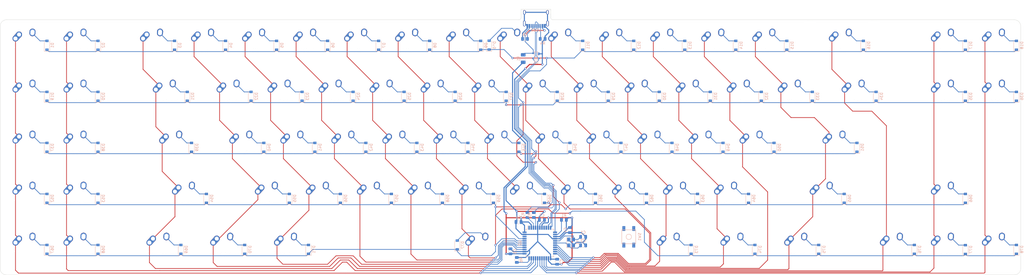
<source format=kicad_pcb>
(kicad_pcb (version 20211014) (generator pcbnew)
  (layers (0 "F.Cu" signal) (31 "B.Cu" signal) (34 "B.Paste" user) (35 "F.Paste" user) (36 "B.SilkS" user "B.Silkscreen") (37 "F.SilkS" user "F.Silkscreen") (38 "B.Mask" user) (39 "F.Mask" user) (44 "Edge.Cuts" user))
  (net 0 "")
  (net 1 "GND")
  (net 2 "Net-(C1-Pad2)")
  (net 3 "Net-(C2-Pad2)")
  (net 4 "Net-(C3-Pad1)")
  (net 5 "+5V")
  (net 6 "ROW0")
  (net 7 "Net-(D1-Pad2)")
  (net 8 "Net-(D2-Pad2)")
  (net 9 "Net-(D3-Pad2)")
  (net 10 "Net-(D4-Pad2)")
  (net 11 "Net-(D5-Pad2)")
  (net 12 "Net-(D6-Pad2)")
  (net 13 "Net-(D7-Pad2)")
  (net 14 "Net-(D8-Pad2)")
  (net 15 "Net-(D9-Pad2)")
  (net 16 "Net-(D10-Pad2)")
  (net 17 "Net-(D11-Pad2)")
  (net 18 "Net-(D12-Pad2)")
  (net 19 "Net-(D13-Pad2)")
  (net 20 "Net-(D14-Pad2)")
  (net 21 "Net-(D15-Pad2)")
  (net 22 "Net-(D16-Pad2)")
  (net 23 "Net-(D17-Pad2)")
  (net 24 "Net-(D18-Pad2)")
  (net 25 "ROW1")
  (net 26 "Net-(D19-Pad2)")
  (net 27 "Net-(D20-Pad2)")
  (net 28 "Net-(D21-Pad2)")
  (net 29 "Net-(D22-Pad2)")
  (net 30 "Net-(D23-Pad2)")
  (net 31 "Net-(D24-Pad2)")
  (net 32 "Net-(D25-Pad2)")
  (net 33 "Net-(D26-Pad2)")
  (net 34 "Net-(D27-Pad2)")
  (net 35 "Net-(D28-Pad2)")
  (net 36 "Net-(D29-Pad2)")
  (net 37 "Net-(D30-Pad2)")
  (net 38 "Net-(D31-Pad2)")
  (net 39 "Net-(D32-Pad2)")
  (net 40 "Net-(D33-Pad2)")
  (net 41 "Net-(D34-Pad2)")
  (net 42 "Net-(D35-Pad2)")
  (net 43 "ROW2")
  (net 44 "Net-(D36-Pad2)")
  (net 45 "Net-(D37-Pad2)")
  (net 46 "Net-(D38-Pad2)")
  (net 47 "Net-(D39-Pad2)")
  (net 48 "Net-(D40-Pad2)")
  (net 49 "Net-(D41-Pad2)")
  (net 50 "Net-(D42-Pad2)")
  (net 51 "Net-(D43-Pad2)")
  (net 52 "Net-(D44-Pad2)")
  (net 53 "Net-(D45-Pad2)")
  (net 54 "Net-(D46-Pad2)")
  (net 55 "Net-(D47-Pad2)")
  (net 56 "Net-(D48-Pad2)")
  (net 57 "Net-(D49-Pad2)")
  (net 58 "Net-(D50-Pad2)")
  (net 59 "ROW3")
  (net 60 "Net-(D51-Pad2)")
  (net 61 "Net-(D52-Pad2)")
  (net 62 "Net-(D53-Pad2)")
  (net 63 "Net-(D54-Pad2)")
  (net 64 "Net-(D55-Pad2)")
  (net 65 "Net-(D56-Pad2)")
  (net 66 "Net-(D57-Pad2)")
  (net 67 "Net-(D58-Pad2)")
  (net 68 "Net-(D59-Pad2)")
  (net 69 "Net-(D60-Pad2)")
  (net 70 "Net-(D61-Pad2)")
  (net 71 "Net-(D62-Pad2)")
  (net 72 "Net-(D63-Pad2)")
  (net 73 "Net-(D64-Pad2)")
  (net 74 "Net-(D65-Pad2)")
  (net 75 "Net-(D66-Pad2)")
  (net 76 "Net-(D67-Pad2)")
  (net 77 "Net-(D68-Pad2)")
  (net 78 "Net-(D69-Pad2)")
  (net 79 "Net-(D70-Pad2)")
  (net 80 "Net-(D71-Pad2)")
  (net 81 "Net-(D72-Pad2)")
  (net 82 "Net-(D73-Pad2)")
  (net 83 "Net-(D74-Pad2)")
  (net 84 "Net-(D75-Pad2)")
  (net 85 "Net-(D76-Pad2)")
  (net 86 "Net-(D77-Pad2)")
  (net 87 "VCC")
  (net 88 "COL0")
  (net 89 "COL1")
  (net 90 "COL2")
  (net 91 "COL3")
  (net 92 "COL4")
  (net 93 "COL5")
  (net 94 "COL6")
  (net 95 "COL7")
  (net 96 "COL8")
  (net 97 "COL9")
  (net 98 "COL10")
  (net 99 "COL11")
  (net 100 "COL12")
  (net 101 "COL13")
  (net 102 "COL14")
  (net 103 "COL15")
  (net 104 "Net-(D78-Pad2)")
  (net 105 "Net-(R1-Pad2)")
  (net 106 "D-")
  (net 107 "D+")
  (net 108 "Net-(R4-Pad1)")
  (net 109 "Net-(R5-Pad1)")
  (net 116 "COL17")
  (net 117 "COL16")
  (net 118 "DN")
  (net 119 "DP")
  (net 120 "ROW4")
  (net 121 "Net-(U2-Pad33)")
  (footprint "MX_Alps_Hybrid:MX-1U-NoLED" (layer "F.Cu") (at 333.375 133.35)
    (fp_text reference "MX48")
    (fp_text value "MX-NoLED")
  )
  (footprint "MX_Alps_Hybrid:MX-1U-NoLED" (layer "F.Cu") (at 442.9125 171.45)
    (fp_text reference "MX77")
    (fp_text value "MX-NoLED")
  )
  (footprint "MX_Alps_Hybrid:MX-1U-NoLED" (layer "F.Cu") (at 176.2125 114.3)
    (fp_text reference "MX22")
    (fp_text value "MX-NoLED")
  )
  (footprint "MX_Alps_Hybrid:MX-1U-NoLED" (layer "F.Cu") (at 461.9625 95.25)
    (fp_text reference "MX18")
    (fp_text value "MX-NoLED")
  )
  (footprint "MX_Alps_Hybrid:MX-1U-NoLED" (layer "F.Cu") (at 290.5125 114.3)
    (fp_text reference "MX28")
    (fp_text value "MX-NoLED")
  )
  (footprint "MX_Alps_Hybrid:MX-1U-NoLED" (layer "F.Cu") (at 328.6125 114.3)
    (fp_text reference "MX30")
    (fp_text value "MX-NoLED")
  )
  (footprint "MX_Alps_Hybrid:MX-6.25U-ReversedStabilizers-NoLED" (layer "F.Cu") (at 269.08125 171.45)
    (fp_text reference "MX72")
    (fp_text value "MX-NoLED")
  )
  (footprint "MX_Alps_Hybrid:MX-1U-NoLED" (layer "F.Cu") (at 228.6 152.4)
    (fp_text reference "MX57")
    (fp_text value "MX-NoLED")
  )
  (footprint "MX_Alps_Hybrid:MX-1U-NoLED" (layer "F.Cu") (at 271.4625 114.3)
    (fp_text reference "MX27")
    (fp_text value "MX-NoLED")
  )
  (footprint "MX_Alps_Hybrid:MX-1U-NoLED" (layer "F.Cu") (at 147.6375 95.25)
    (fp_text reference "MX3")
    (fp_text value "MX-NoLED")
  )
  (footprint "MX_Alps_Hybrid:MX-1U-NoLED" (layer "F.Cu") (at 314.325 133.35)
    (fp_text reference "MX47")
    (fp_text value "MX-NoLED")
  )
  (footprint "MX_Alps_Hybrid:MX-1.25U-NoLED" (layer "F.Cu") (at 364.33125 171.45)
    (fp_text reference "MX74")
    (fp_text value "MX-NoLED")
  )
  (footprint "MX_Alps_Hybrid:MX-1U-NoLED" (layer "F.Cu") (at 442.9125 95.25)
    (fp_text reference "MX17")
    (fp_text value "MX-NoLED")
  )
  (footprint "MX_Alps_Hybrid:MX-1.5U-NoLED" (layer "F.Cu") (at 152.4 114.3)
    (fp_text reference "MX21")
    (fp_text value "MX-NoLED")
  )
  (footprint "MX_Alps_Hybrid:MX-1U-NoLED" (layer "F.Cu") (at 200.025 133.35)
    (fp_text reference "MX41")
    (fp_text value "MX-NoLED")
  )
  (footprint "MX_Alps_Hybrid:MX-1U-NoLED" (layer "F.Cu") (at 376.2375 95.25)
    (fp_text reference "MX15")
    (fp_text value "MX-NoLED")
  )
  (footprint "MX_Alps_Hybrid:MX-1U-NoLED" (layer "F.Cu") (at 204.7875 95.25)
    (fp_text reference "MX6")
    (fp_text value "MX-NoLED")
  )
  (footprint "MX_Alps_Hybrid:MX-1.25U-NoLED" (layer "F.Cu") (at 340.51875 171.45)
    (fp_text reference "MX73")
    (fp_text value "MX-NoLED")
  )
  (footprint "MX_Alps_Hybrid:MX-1U-NoLED" (layer "F.Cu") (at 276.225 133.35)
    (fp_text reference "MX45")
    (fp_text value "MX-NoLED")
  )
  (footprint "MX_Alps_Hybrid:MX-1U-NoLED" (layer "F.Cu") (at 347.6625 114.3)
    (fp_text reference "MX31")
    (fp_text value "MX-NoLED")
  )
  (footprint "MX_Alps_Hybrid:MX-1U-NoLED" (layer "F.Cu") (at 361.95 152.4)
    (fp_text reference "MX64")
    (fp_text value "MX-NoLED")
  )
  (footprint "MX_Alps_Hybrid:MX-1U-NoLED" (layer "F.Cu") (at 185.7375 95.25)
    (fp_text reference "MX5")
    (fp_text value "MX-NoLED")
  )
  (footprint "MX_Alps_Hybrid:MX-2U-NoLED" (layer "F.Cu") (at 404.8125 95.25)
    (fp_text reference "MX16")
    (fp_text value "MX-NoLED")
  )
  (footprint "MX_Alps_Hybrid:MX-1U-NoLED" (layer "F.Cu") (at 119.0625 133.35)
    (fp_text reference "MX38")
    (fp_text value "MX-NoLED")
  )
  (footprint "MX_Alps_Hybrid:MX-1U-NoLED" (layer "F.Cu") (at 219.075 133.35)
    (fp_text reference "MX42")
    (fp_text value "MX-NoLED")
  )
  (footprint "MX_Alps_Hybrid:MX-1.75U-NoLED" (layer "F.Cu") (at 154.78125 133.35)
    (fp_text reference "MX39")
    (fp_text value "MX-NoLED")
  )
  (footprint "MX_Alps_Hybrid:MX-1U-NoLED" (layer "F.Cu") (at 285.75 152.4)
    (fp_text reference "MX60")
    (fp_text value "MX-NoLED")
  )
  (footprint "MX_Alps_Hybrid:MX-1U-NoLED" (layer "F.Cu") (at 166.6875 95.25)
    (fp_text reference "MX4")
    (fp_text value "MX-NoLED")
  )
  (footprint "MX_Alps_Hybrid:MX-1U-NoLED" (layer "F.Cu") (at 323.85 152.4)
    (fp_text reference "MX62")
    (fp_text value "MX-NoLED")
  )
  (footprint "MX_Alps_Hybrid:MX-1U-NoLED" (layer "F.Cu") (at 238.125 133.35)
    (fp_text reference "MX43")
    (fp_text value "MX-NoLED")
  )
  (footprint "MX_Alps_Hybrid:MX-1U-NoLED" (layer "F.Cu") (at 223.8375 95.25)
    (fp_text reference "MX7")
    (fp_text value "MX-NoLED")
  )
  (footprint "MX_Alps_Hybrid:MX-1U-NoLED" (layer "F.Cu") (at 461.9625 114.3)
    (fp_text reference "MX36")
    (fp_text value "MX-NoLED")
  )
  (footprint "MX_Alps_Hybrid:MX-1U-NoLED" (layer "F.Cu") (at 209.55 152.4)
    (fp_text reference "MX56")
    (fp_text value "MX-NoLED")
  )
  (footprint "MX_Alps_Hybrid:MX-1U-NoLED" (layer "F.Cu") (at 304.8 152.4)
    (fp_text reference "MX61")
    (fp_text value "MX-NoLED")
  )
  (footprint "MX_Alps_Hybrid:MX-1U-NoLED" (layer "F.Cu") (at 352.425 133.35)
    (fp_text reference "MX49")
    (fp_text value "MX-NoLED")
  )
  (footprint "MX_Alps_Hybrid:MX-2.25U-NoLED" (layer "F.Cu") (at 159.54375 152.4)
    (fp_text reference "MX54")
    (fp_text value "MX-NoLED")
  )
  (footprint "MX_Alps_Hybrid:MX-1U-NoLED" (layer "F.Cu") (at 100.0125 133.35)
    (fp_text reference "MX37")
    (fp_text value "MX-NoLED")
  )
  (footprint "MX_Alps_Hybrid:MX-1U-NoLED" (layer "F.Cu") (at 442.9125 114.3)
    (fp_text reference "MX35")
    (fp_text value "MX-NoLED")
  )
  (footprint "MX_Alps_Hybrid:MX-1U-NoLED" (layer "F.Cu") (at 247.65 152.4)
    (fp_text reference "MX58")
    (fp_text value "MX-NoLED")
  )
  (footprint "MX_Alps_Hybrid:MX-2.75U-NoLED" (layer "F.Cu") (at 397.66875 152.4)
    (fp_text reference "MX65")
    (fp_text value "MX-NoLED")
  )
  (footprint "MX_Alps_Hybrid:MX-1U-NoLED" (layer "F.Cu") (at 119.0625 95.25)
    (fp_text reference "MX2")
    (fp_text value "MX-NoLED")
  )
  (footprint "MX_Alps_Hybrid:MX-1U-NoLED" (layer "F.Cu") (at 371.475 133.35)
    (fp_text reference "MX50")
    (fp_text value "MX-NoLED")
  )
  (footprint "MX_Alps_Hybrid:MX-1U-NoLED" (layer "F.Cu") (at 100.0125 95.25)
    (fp_text reference "MX1")
    (fp_text value "MX-NoLED")
  )
  (footprint "MX_Alps_Hybrid:MX-1U-NoLED" (layer "F.Cu") (at 242.8875 95.25)
    (fp_text reference "MX8")
    (fp_text value "MX-NoLED")
  )
  (footprint "MX_Alps_Hybrid:MX-1U-NoLED" (layer "F.Cu") (at 309.5625 114.3)
    (fp_text reference "MX29")
    (fp_text value "MX-NoLED")
  )
  (footprint "MX_Alps_Hybrid:MX-1U-NoLED" (layer "F.Cu") (at 100.0125 152.4)
    (fp_text reference "MX52")
    (fp_text value "MX-NoLED")
  )
  (footprint "MX_Alps_Hybrid:MX-1U-NoLED" (layer "F.Cu") (at 295.275 133.35)
    (fp_text reference "MX46")
    (fp_text value "MX-NoLED")
  )
  (footprint "MX_Alps_Hybrid:MX-1U-NoLED" (layer "F.Cu") (at 261.9375 95.25)
    (fp_text reference "MX9")
    (fp_text value "MX-NoLED")
  )
  (footprint "MX_Alps_Hybrid:MX-1.5U-NoLED" (layer "F.Cu") (at 409.575 114.3)
    (fp_text reference "MX34")
    (fp_text value "MX-NoLED")
  )
  (footprint "MX_Alps_Hybrid:MX-1U-NoLED" (layer "F.Cu") (at 119.0625 152.4)
    (fp_text reference "MX53")
    (fp_text value "MX-NoLED")
  )
  (footprint "MX_Alps_Hybrid:MX-1.25U-NoLED" (layer "F.Cu") (at 388.14375 171.45)
    (fp_text reference "MX75")
    (fp_text value "MX-NoLED")
  )
  (footprint "MX_Alps_Hybrid:MX-1U-NoLED" (layer "F.Cu") (at 300.0375 95.25)
    (fp_text reference "MX11")
    (fp_text value "MX-NoLED")
  )
  (footprint "MX_Alps_Hybrid:MX-1U-NoLED" (layer "F.Cu") (at 233.3625 114.3)
    (fp_text reference "MX25")
    (fp_text value "MX-NoLED")
  )
  (footprint "MX_Alps_Hybrid:MX-1U-NoLED" (layer "F.Cu") (at 357.1875 95.25)
    (fp_text reference "MX14")
    (fp_text value "MX-NoLED")
  )
  (footprint "MX_Alps_Hybrid:MX-1.25U-NoLED" (layer "F.Cu") (at 197.64375 171.45)
    (fp_text reference "MX71")
    (fp_text value "MX-NoLED")
  )
  (footprint "MX_Alps_Hybrid:MX-1U-NoLED" (layer "F.Cu") (at 214.3125 114.3)
    (fp_text reference "MX24")
    (fp_text value "MX-NoLED")
  )
  (footprint "MX_Alps_Hybrid:MX-1U-NoLED" (layer "F.Cu") (at 461.9625 171.45)
    (fp_text reference "MX78")
    (fp_text value "MX-NoLED")
  )
  (footprint "MX_Alps_Hybrid:MX-1U-NoLED" (layer "F.Cu") (at 266.7 152.4)
    (fp_text reference "MX59")
    (fp_text value "MX-NoLED")
  )
  (footprint "MX_Alps_Hybrid:MX-1U-NoLED" (layer "F.Cu") (at 319.0875 95.25)
    (fp_text reference "MX12")
    (fp_text value "MX-NoLED")
  )
  (footprint "MX_Alps_Hybrid:MX-1U-NoLED" (layer "F.Cu") (at 195.2625 114.3)
    (fp_text reference "MX23")
    (fp_text value "MX-NoLED")
  )
  (footprint "MX_Alps_Hybrid:MX-1U-NoLED" (layer "F.Cu") (at 180.975 133.35)
    (fp_text reference "MX40")
    (fp_text value "MX-NoLED")
  )
  (footprint "MX_Alps_Hybrid:MX-1U-NoLED" (layer "F.Cu") (at 190.5 152.4)
    (fp_text reference "MX55")
    (fp_text value "MX-NoLED")
  )
  (footprint "MX_Alps_Hybrid:MX-2.25U-NoLED" (layer "F.Cu") (at 402.43125 133.35)
    (fp_text reference "MX51")
    (fp_text value "MX-NoLED")
  )
  (footprint "MX_Alps_Hybrid:MX-1U-NoLED" (layer "F.Cu") (at 338.1375 95.25)
    (fp_text reference "MX13")
    (fp_text value "MX-NoLED")
  )
  (footprint "MX_Alps_Hybrid:MX-1U-NoLED" (layer "F.Cu") (at 366.7125 114.3)
    (fp_text reference "MX32")
    (fp_text value "MX-NoLED")
  )
  (footprint "MX_Alps_Hybrid:MX-1.25U-NoLED" (layer "F.Cu") (at 150.01875 171.45)
    (fp_text reference "MX69")
    (fp_text value "MX-NoLED")
  )
  (footprint "MX_Alps_Hybrid:MX-1U-NoLED" (layer "F.Cu") (at 385.7625 114.3)
    (fp_text reference "MX33")
    (fp_text value "MX-NoLED")
  )
  (footprint "MX_Alps_Hybrid:MX-1U-NoLED" (layer "F.Cu") (at 257.175 133.35)
    (fp_text reference "MX44")
    (fp_text value "MX-NoLED")
  )
  (footprint "MX_Alps_Hybrid:MX-1.25U-NoLED" (layer "F.Cu") (at 173.83125 171.45)
    (fp_text reference "MX70")
    (fp_text value "MX-NoLED")
  )
  (footprint "MX_Alps_Hybrid:MX-1U-NoLED" (layer "F.Cu") (at 280.9875 95.25)
    (fp_text reference "MX10")
    (fp_text value "MX-NoLED")
  )
  (footprint "MX_Alps_Hybrid:MX-1U-NoLED" (layer "F.Cu") (at 442.9125 152.4)
    (fp_text reference "MX66")
    (fp_text value "MX-NoLED")
  )
  (footprint "MX_Alps_Hybrid:MX-1U-NoLED" (layer "F.Cu") (at 119.0625 171.45)
    (fp_text reference "MX68")
    (fp_text value "MX-NoLED")
  )
  (footprint "MX_Alps_Hybrid:MX-1U-NoLED" (layer "F.Cu") (at 252.4125 114.3)
    (fp_text reference "MX26")
    (fp_text value "MX-NoLED")
  )
  (footprint "MX_Alps_Hybrid:MX-1U-NoLED" (layer "F.Cu") (at 100.0125 114.3)
    (fp_text reference "MX19")
    (fp_text value "MX-NoLED")
  )
  (footprint "MX_Alps_Hybrid:MX-1U-NoLED" (layer "F.Cu") (at 119.0625 114.3)
    (fp_text reference "MX20")
    (fp_text value "MX-NoLED")
  )
  (footprint "MX_Alps_Hybrid:MX-1U-NoLED" (layer "F.Cu") (at 100.0125 171.45)
    (fp_text reference "MX67")
    (fp_text value "MX-NoLED")
  )
  (footprint "MX_Alps_Hybrid:MX-1U-NoLED" (layer "F.Cu") (at 342.9 152.4)
    (fp_text reference "MX63")
    (fp_text value "MX-NoLED")
  )
  (footprint "MX_Alps_Hybrid:MX-1U-NoLED" (layer "F.Cu") (at 423.8625 171.45)
    (fp_text reference "MX76")
    (fp_text value "MX-NoLED")
  )
  (footprint "Diode_SMD:D_SOD-123" (layer "B.Cu") (at 161.925 133.35 90)
    (fp_text reference "D39")
    (fp_text value "SOD-123")
  )
  (footprint "Diode_SMD:D_SOD-123" (layer "B.Cu") (at 222.25 114.3 90)
    (fp_text reference "D24")
    (fp_text value "SOD-123")
  )
  (footprint "Capacitor_SMD:C_0805_2012Metric" (layer "B.Cu") (at 280.9875 172.175 90)
    (fp_text reference "C5")
    (fp_text value "0.1uF")
  )
  (footprint "Diode_SMD:D_SOD-123" (layer "B.Cu") (at 303.2125 133.35 90)
    (fp_text reference "D46")
    (fp_text value "SOD-123")
  )
  (footprint "Diode_SMD:D_SOD-123" (layer "B.Cu") (at 160.3375 114.3 90)
    (fp_text reference "D21")
    (fp_text value "SOD-123")
  )
  (footprint "Diode_SMD:D_SOD-123" (layer "B.Cu") (at 250.825 95.25 90)
    (fp_text reference "D8")
    (fp_text value "SOD-123")
  )
  (footprint "Diode_SMD:D_SOD-123" (layer "B.Cu") (at 167.48125 152.4 90)
    (fp_text reference "D54")
    (fp_text value "SOD-123")
  )
  (footprint "Diode_SMD:D_SOD-123" (layer "B.Cu") (at 273.05 95.1875 90)
    (fp_text reference "D10")
    (fp_text value "SOD-123")
  )
  (footprint "Capacitor_SMD:C_0805_2012Metric" (layer "B.Cu") (at 292.7375 160.425 180)
    (fp_text reference "C3")
    (fp_text value "1uF")
  )
  (footprint "Type-C:HRO-TYPE-C-31-M-12-Assembly" (layer "B.Cu") (at 290.5125 80.3375)
    (fp_text reference "USB1")
    (fp_text value "HRO-TYPE-C-31-M-12")
  )
  (footprint "Diode_SMD:D_SOD-123" (layer "B.Cu") (at 198.4375 152.4 90)
    (fp_text reference "D55")
    (fp_text value "SOD-123")
  )
  (footprint "Capacitor_SMD:C_0805_2012Metric" (layer "B.Cu") (at 284.00625 161.21875 180)
    (fp_text reference "C6")
    (fp_text value "0.1uF")
  )
  (footprint "Diode_SMD:D_SOD-123" (layer "B.Cu") (at 127 171.45 90)
    (fp_text reference "D68")
    (fp_text value "SOD-123")
  )
  (footprint "Diode_SMD:D_SOD-123" (layer "B.Cu") (at 327.025 95.25 90)
    (fp_text reference "D12")
    (fp_text value "SOD-123")
  )
  (footprint "Diode_SMD:D_SOD-123" (layer "B.Cu") (at 469.9 114.3 90)
    (fp_text reference "D36")
    (fp_text value "SOD-123")
  )
  (footprint "Diode_SMD:D_SOD-123" (layer "B.Cu") (at 217.4875 152.4 90)
    (fp_text reference "D56")
    (fp_text value "SOD-123")
  )
  (footprint "Diode_SMD:D_SOD-123" (layer "B.Cu") (at 369.8875 152.4 90)
    (fp_text reference "D64")
    (fp_text value "SOD-123")
  )
  (footprint "Diode_SMD:D_SOD-123" (layer "B.Cu") (at 346.075 95.25 90)
    (fp_text reference "D13")
    (fp_text value "SOD-123")
  )
  (footprint "Package_QFP:TQFP-44_10x10mm_P0.8mm" (layer "B.Cu") (at 291.95625 169.06875 -90)
    (fp_text reference "U2")
    (fp_text value "ATmega32U4-A")
  )
  (footprint "Diode_SMD:D_SOD-123" (layer "B.Cu") (at 212.725 95.25 90)
    (fp_text reference "D6")
    (fp_text value "SOD-123")
  )
  (footprint "Diode_SMD:D_SOD-123" (layer "B.Cu") (at 193.675 95.25 90)
    (fp_text reference "D5")
    (fp_text value "SOD-123")
  )
  (footprint "Diode_SMD:D_SOD-123" (layer "B.Cu") (at 450.85 95.25 90)
    (fp_text reference "D17")
    (fp_text value "SOD-123")
  )
  (footprint "Diode_SMD:D_SOD-123" (layer "B.Cu") (at 393.7 114.3 90)
    (fp_text reference "D33")
    (fp_text value "SOD-123")
  )
  (footprint "Diode_SMD:D_SOD-123" (layer "B.Cu") (at 450.85 171.5125 90)
    (fp_text reference "D77")
    (fp_text value "SOD-123")
  )
  (footprint "Resistor_SMD:R_0805_2012Metric" (layer "B.Cu") (at 289.71875 158.63125 -90)
    (fp_text reference "R3")
    (fp_text value "22")
  )
  (footprint "Diode_SMD:D_SOD-123" (layer "B.Cu") (at 181.76875 171.45 90)
    (fp_text reference "D70")
    (fp_text value "SOD-123")
  )
  (footprint "Diode_SMD:D_SOD-123" (layer "B.Cu") (at 184.15 114.3 90)
    (fp_text reference "D22")
    (fp_text value "SOD-123")
  )
  (footprint "Diode_SMD:D_SOD-123" (layer "B.Cu") (at 372.26875 171.45 90)
    (fp_text reference "D74")
    (fp_text value "SOD-123")
  )
  (footprint "Diode_SMD:D_SOD-123" (layer "B.Cu") (at 355.6 114.3 90)
    (fp_text reference "D31")
    (fp_text value "SOD-123")
  )
  (footprint "Diode_SMD:D_SOD-123" (layer "B.Cu") (at 155.575 95.25 90)
    (fp_text reference "D3")
    (fp_text value "SOD-123")
  )
  (footprint "Diode_SMD:D_SOD-123" (layer "B.Cu") (at 293.6875 152.4 90)
    (fp_text reference "D60")
    (fp_text value "SOD-123")
  )
  (footprint "Resistor_SMD:R_0805_2012Metric" (layer "B.Cu") (at 287.3375 158.63125 -90)
    (fp_text reference "R2")
    (fp_text value "22")
  )
  (footprint "Diode_SMD:D_SOD-123" (layer "B.Cu") (at 255.5875 152.4 90)
    (fp_text reference "D58")
    (fp_text value "SOD-123")
  )
  (footprint "Diode_SMD:D_SOD-123" (layer "B.Cu") (at 127 95.25 90)
    (fp_text reference "D2")
    (fp_text value "SOD-123")
  )
  (footprint "Diode_SMD:D_SOD-123" (layer "B.Cu") (at 450.85 152.4 90)
    (fp_text reference "D66")
    (fp_text value "SOD-123")
  )
  (footprint "Diode_SMD:D_SOD-123" (layer "B.Cu") (at 203.2 114.3 90)
    (fp_text reference "D23")
    (fp_text value "SOD-123")
  )
  (footprint "Diode_SMD:D_SOD-123" (layer "B.Cu") (at 341.3125 133.35 90)
    (fp_text reference "D48")
    (fp_text value "SOD-123")
  )
  (footprint "Capacitor_SMD:C_0805_2012Metric" (layer "B.Cu") (at 298.45 176.05625 90)
    (fp_text reference "C7")
    (fp_text value "10uF")
  )
  (footprint "Diode_SMD:D_SOD-123" (layer "B.Cu") (at 188.9125 133.35 90)
    (fp_text reference "D40")
    (fp_text value "SOD-123")
  )
  (footprint "Diode_SMD:D_SOD-123" (layer "B.Cu") (at 227.0125 133.35 90)
    (fp_text reference "D42")
    (fp_text value "SOD-123")
  )
  (footprint "Diode_SMD:D_SOD-123" (layer "B.Cu") (at 205.58125 171.45 90)
    (fp_text reference "D71")
    (fp_text value "SOD-123")
  )
  (footprint "Diode_SMD:D_SOD-123" (layer "B.Cu") (at 231.775 95.25 90)
    (fp_text reference "D7")
    (fp_text value "SOD-123")
  )
  (footprint "Diode_SMD:D_SOD-123" (layer "B.Cu") (at 107.95 133.35 90)
    (fp_text reference "D37")
    (fp_text value "SOD-123")
  )
  (footprint "Capacitor_SMD:C_0805_2012Metric" (layer "B.Cu") (at 308.13125 166.775 180)
    (fp_text reference "C1")
    (fp_text value "22pF")
  )
  (footprint "Capacitor_SMD:C_0805_2012Metric" (layer "B.Cu") (at 308.13125 169.95 180)
    (fp_text reference "C2")
    (fp_text value "22pF")
  )
  (footprint "Diode_SMD:D_SOD-123" (layer "B.Cu") (at 260.35 114.3 90)
    (fp_text reference "D26")
    (fp_text value "SOD-123")
  )
  (footprint "Diode_SMD:D_SOD-123" (layer "B.Cu") (at 431.8 171.45 90)
    (fp_text reference "D76")
    (fp_text value "SOD-123")
  )
  (footprint "Diode_SMD:D_SOD-123" (layer "B.Cu") (at 107.95 95.25 90)
    (fp_text reference "D1")
    (fp_text value "SOD-123")
  )
  (footprint "Diode_SMD:D_SOD-123" (layer "B.Cu") (at 365.125 95.25 90)
    (fp_text reference "D14")
    (fp_text value "SOD-123")
  )
  (footprint "Diode_SMD:D_SOD-123" (layer "B.Cu") (at 127 114.3 90)
    (fp_text reference "D20")
    (fp_text value "SOD-123")
  )
  (footprint "Diode_SMD:D_SOD-123" (layer "B.Cu") (at 405.60625 152.4 90)
    (fp_text reference "D65")
    (fp_text value "SOD-123")
  )
  (footprint "Resistor_SMD:R_0805_2012Metric" (layer "B.Cu") (at 293.0125 92.86875)
    (fp_text reference "R4")
    (fp_text value "5.1k")
  )
  (footprint "Diode_SMD:D_SOD-123" (layer "B.Cu") (at 298.45 114.3 90)
    (fp_text reference "D28")
    (fp_text value "SOD-123")
  )
  (footprint "Diode_SMD:D_SOD-123" (layer "B.Cu") (at 379.4125 133.35 90)
    (fp_text reference "D50")
    (fp_text value "SOD-123")
  )
  (footprint "Diode_SMD:D_SOD-123" (layer "B.Cu") (at 412.75 95.25 90)
    (fp_text reference "D16")
    (fp_text value "SOD-123")
  )
  (footprint "Diode_SMD:D_SOD-123" (layer "B.Cu") (at 384.175 95.25 90)
    (fp_text reference "D15")
    (fp_text value "SOD-123")
  )
  (footprint "Diode_SMD:D_SOD-123" (layer "B.Cu") (at 450.85 114.3 90)
    (fp_text reference "D35")
    (fp_text value "SOD-123")
  )
  (footprint "Diode_SMD:D_SOD-123" (layer "B.Cu") (at 246.0625 133.35 90)
    (fp_text reference "D43")
    (fp_text value "SOD-123")
  )
  (footprint "Crystal:Crystal_SMD_3225-4Pin_3.2x2.5mm" (layer "B.Cu") (at 303.63125 168.85 90)
    (fp_text reference "Y1")
    (fp_text value "16MHz")
  )
  (footprint "Diode_SMD:D_SOD-123" (layer "B.Cu") (at 236.5375 152.4 90)
    (fp_text reference "D57")
    (fp_text value "SOD-123")
  )
  (footprint "random-keyboard-parts:SOT143B" (layer "B.Cu") (at 290.5125 99.175 180)
    (fp_text reference "U1")
    (fp_text value "PRTR5V0U2X")
  )
  (footprint "Diode_SMD:D_SOD-123" (layer "B.Cu") (at 241.3 114.3 90)
    (fp_text reference "D25")
    (fp_text value "SOD-123")
  )
  (footprint "Diode_SMD:D_SOD-123" (layer "B.Cu") (at 279.4 114.3 90)
    (fp_text reference "D27")
    (fp_text value "SOD-123")
  )
  (footprint "Diode_SMD:D_SOD-123" (layer "B.Cu") (at 348.45625 171.45 90)
    (fp_text reference "D73")
    (fp_text value "SOD-123")
  )
  (footprint "Diode_SMD:D_SOD-123" (layer "B.Cu") (at 469.9 171.45 90)
    (fp_text reference "D78")
    (fp_text value "SOD-123")
  )
  (footprint "Diode_SMD:D_SOD-123" (layer "B.Cu") (at 274.6375 152.4 90)
    (fp_text reference "D59")
    (fp_text value "SOD-123")
  )
  (footprint "Resistor_SMD:R_0805_2012Metric" (layer "B.Cu") (at 300.95 160.425 180)
    (fp_text reference "R1")
    (fp_text value "10k")
  )
  (footprint "Diode_SMD:D_SOD-123" (layer "B.Cu") (at 107.95 114.3 90)
    (fp_text reference "D19")
    (fp_text value "SOD-123")
  )
  (footprint "Diode_SMD:D_SOD-123" (layer "B.Cu") (at 374.65 114.3 90)
    (fp_text reference "D32")
    (fp_text value "SOD-123")
  )
  (footprint "Diode_SMD:D_SOD-123" (layer "B.Cu") (at 410.36875 133.35 90)
    (fp_text reference "D51")
    (fp_text value "SOD-123")
  )
  (footprint "Fuse:Fuse_1206_3216Metric" (layer "B.Cu") (at 285.75 100.2 -90)
    (fp_text reference "F1")
    (fp_text value "500m")
  )
  (footprint "Diode_SMD:D_SOD-123" (layer "B.Cu") (at 107.95 171.45 90)
    (fp_text reference "D67")
    (fp_text value "SOD-123")
  )
  (footprint "Diode_SMD:D_SOD-123" (layer "B.Cu") (at 350.8375 152.4 90)
    (fp_text reference "D63")
    (fp_text value "SOD-123")
  )
  (footprint "Diode_SMD:D_SOD-123" (layer "B.Cu") (at 336.55 114.3 90)
    (fp_text reference "D30")
    (fp_text value "SOD-123")
  )
  (footprint "Capacitor_SMD:C_0805_2012Metric" (layer "B.Cu") (at 303.2125 164.2375 -90)
    (fp_text reference "C4")
    (fp_text value "0.1uF")
  )
  (footprint "Diode_SMD:D_SOD-123" (layer "B.Cu") (at 174.625 95.25 90)
    (fp_text reference "D4")
    (fp_text value "SOD-123")
  )
  (footprint "Diode_SMD:D_SOD-123" (layer "B.Cu") (at 360.3625 133.35 90)
    (fp_text reference "D49")
    (fp_text value "SOD-123")
  )
  (footprint "Diode_SMD:D_SOD-123" (layer "B.Cu") (at 469.9 95.25 90)
    (fp_text reference "D18")
    (fp_text value "SOD-123")
  )
  (footprint "Diode_SMD:D_SOD-123" (layer "B.Cu") (at 317.5 114.3 90)
    (fp_text reference "D29")
    (fp_text value "SOD-123")
  )
  (footprint "Diode_SMD:D_SOD-123" (layer "B.Cu") (at 312.7375 152.4 90)
    (fp_text reference "D61")
    (fp_text value "SOD-123")
  )
  (footprint "Resistor_SMD:R_0805_2012Metric" (layer "B.Cu") (at 286.425 92.86875 180)
    (fp_text reference "R5")
    (fp_text value "5.1k")
  )
  (footprint "Diode_SMD:D_SOD-123" (layer "B.Cu") (at 207.9625 133.35 90)
    (fp_text reference "D41")
    (fp_text value "SOD-123")
  )
  (footprint "Diode_SMD:D_SOD-123" (layer "B.Cu") (at 107.95 152.4 90)
    (fp_text reference "D52")
    (fp_text value "SOD-123")
  )
  (footprint "Diode_SMD:D_SOD-123" (layer "B.Cu") (at 269.875 95.25 90)
    (fp_text reference "D9")
    (fp_text value "SOD-123")
  )
  (footprint "Resistor_SMD:R_0805_2012Metric" (layer "B.Cu") (at 283.36875 175.3875 90)
    (fp_text reference "R6")
    (fp_text value "10k")
  )
  (footprint "Diode_SMD:D_SOD-123" (layer "B.Cu") (at 261.14375 169.8 90)
    (fp_text reference "D72")
    (fp_text value "SOD-123")
  )
  (footprint "Diode_SMD:D_SOD-123" (layer "B.Cu") (at 307.975 95.25 90)
    (fp_text reference "D11")
    (fp_text value "SOD-123")
  )
  (footprint "Diode_SMD:D_SOD-123" (layer "B.Cu") (at 127 152.4 90)
    (fp_text reference "D53")
    (fp_text value "SOD-123")
  )
  (footprint "Diode_SMD:D_SOD-123" (layer "B.Cu") (at 322.2625 133.35 90)
    (fp_text reference "D47")
    (fp_text value "SOD-123")
  )
  (footprint "Diode_SMD:D_SOD-123" (layer "B.Cu") (at 284.1625 133.35 90)
    (fp_text reference "D45")
    (fp_text value "SOD-123")
  )
  (footprint "Diode_SMD:D_SOD-123" (layer "B.Cu") (at 331.7875 152.4 90)
    (fp_text reference "D62")
    (fp_text value "SOD-123")
  )
  (footprint "Diode_SMD:D_SOD-123" (layer "B.Cu") (at 417.5125 114.3 90)
    (fp_text reference "D34")
    (fp_text value "SOD-123")
  )
  (footprint "Diode_SMD:D_SOD-123" (layer "B.Cu") (at 127 133.35 90)
    (fp_text reference "D38")
    (fp_text value "SOD-123")
  )
  (footprint "Diode_SMD:D_SOD-123" (layer "B.Cu") (at 396.08125 171.45 90)
    (fp_text reference "D75")
    (fp_text value "SOD-123")
  )
  (footprint "random-keyboard-parts:SKQG-1155865" (layer "B.Cu") (at 325.175 166.7625 -90)
    (fp_text reference "SW1")
    (fp_text value "SW_Push")
  )
  (footprint "Diode_SMD:D_SOD-123" (layer "B.Cu") (at 265.1125 133.35 90)
    (fp_text reference "D44")
    (fp_text value "SOD-123")
  )
  (footprint "Diode_SMD:D_SOD-123" (layer "B.Cu") (at 157.95625 171.45 90)
    (fp_text reference "D69")
    (fp_text value "SOD-123")
  )
  (gr_line (start 284.95625 81.75625) (end 296.06875 81.75625) (layer "Edge.Cuts") (width 0.1))
  (gr_arc (start 90.4875 88.10625) (mid 91.184952 86.422452) (end 92.86875 85.725) (layer "Edge.Cuts") (width 0.1))
  (gr_line (start 284.95625 84.93125) (end 284.95625 81.75625) (layer "Edge.Cuts") (width 0.1))
  (gr_arc (start 469.10625 85.725) (mid 470.790048 86.422452) (end 471.4875 88.10625) (layer "Edge.Cuts") (width 0.1))
  (gr_arc (start 296.8625 85.725) (mid 296.301234 85.492516) (end 296.06875 84.93125) (layer "Edge.Cuts") (width 0.1))
  (gr_line (start 296.06875 81.75625) (end 296.06875 84.93125) (layer "Edge.Cuts") (width 0.1))
  (gr_arc (start 471.4875 178.59375) (mid 470.790048 180.277548) (end 469.10625 180.975) (layer "Edge.Cuts") (width 0.1))
  (gr_arc (start 284.95625 84.93125) (mid 284.723766 85.492516) (end 284.1625 85.725) (layer "Edge.Cuts") (width 0.1))
  (gr_line (start 92.86875 85.725) (end 284.1625 85.725) (layer "Edge.Cuts") (width 0.1))
  (gr_line (start 471.4875 88.10625) (end 471.4875 178.59375) (layer "Edge.Cuts") (width 0.1))
  (gr_line (start 90.4875 88.10625) (end 90.461519 178.59375) (layer "Edge.Cuts") (width 0.1))
  (gr_line (start 469.10625 85.725) (end 296.8625 85.725) (layer "Edge.Cuts") (width 0.1))
  (gr_arc (start 92.8 180.999999) (mid 91.142445 180.271436) (end 90.461519 178.59375) (layer "Edge.Cuts") (width 0.1))
  (gr_line (start 469.10625 180.975) (end 92.8 181) (layer "Edge.Cuts") (width 0.1))
  (segment (start 292.89375 102.39375) (end 288.13125 102.39375) (width 0.381) (layer "F.Cu") (net 1))
  (segment (start 283.36875 157.25) (end 293.6875 157.25) (width 0.381) (layer "F.Cu") (net 1))
  (segment (start 288.13125 102.39375) (end 286.54375 103.98125) (width 0.381) (layer "F.Cu") (net 1))
  (via (at 286.54375 103.98125) (size 0.8) (drill 0.4) (layers "F.Cu" "B.Cu") (net 1))
  (via (at 293.6875 157.25) (size 0.8) (drill 0.4) (layers "F.Cu" "B.Cu") (net 1))
  (via (at 283.36875 157.25) (size 0.8) (drill 0.4) (layers "F.Cu" "B.Cu") (net 1))
  (via (at 292.89375 102.39375) (size 0.8) (drill 0.4) (layers "F.Cu" "B.Cu") (net 1))
  (segment (start 298.45 175.10625) (end 296.29375 175.10625) (width 0.381) (layer "B.Cu") (net 1))
  (segment (start 291.19375 165.86875) (end 295.051228 165.86875) (width 0.381) (layer "B.Cu") (net 1))
  (segment (start 291.15625 165.83125) (end 291.19375 165.86875) (width 0.381) (layer "B.Cu") (net 1))
  (segment (start 305.59627 168.83498) (end 304.48125 169.95) (width 0.381) (layer "B.Cu") (net 1))
  (segment (start 292.89375 93.9) (end 292.89375 98.425) (width 0.381) (layer "B.Cu") (net 1))
  (segment (start 283.36875 174.475) (end 286.655022 174.475) (width 0.381) (layer "B.Cu") (net 1))
  (segment (start 294.8325 87.1175) (end 294.8325 82.9375) (width 0.381) (layer "B.Cu") (net 1))
  (segment (start 286.1925 87.1175) (end 286.3725 87.1175) (width 0.381) (layer "B.Cu") (net 1))
  (segment (start 282.575 107.95) (end 282.575 126.423692) (width 0.381) (layer "B.Cu") (net 1))
  (segment (start 292.89375 98.425) (end 292.89375 102.39375) (width 0.381) (layer "B.Cu") (net 1))
  (segment (start 303.2125 165.1875) (end 301.690402 165.1875) (width 0.381) (layer "B.Cu") (net 1))
  (segment (start 309.08125 166.775) (end 307.49375 165.1875) (width 0.381) (layer "B.Cu") (net 1))
  (segment (start 302.78125 167.75) (end 302.78125 167.93125) (width 0.381) (layer "B.Cu") (net 1))
  (segment (start 282.03125 172.26875) (end 286.25625 172.26875) (width 0.381) (layer "B.Cu") (net 1))
  (segment (start 279.354979 153.236229) (end 283.36875 157.25) (width 0.381) (layer "B.Cu") (net 1))
  (segment (start 295.275 90.4875) (end 295.275 89.57) (width 0.381) (layer "B.Cu") (net 1))
  (segment (start 291.7875 159.15) (end 291.7875 160.425) (width 0.381) (layer "B.Cu") (net 1))
  (segment (start 283.05625 161.21875) (end 283.05625 163.673772) (width 0.381) (layer "B.Cu") (net 1))
  (segment (start 287.2875 88.95) (end 285.5125 90.725) (width 0.381) (layer "B.Cu") (net 1))
  (segment (start 288.13125 171.5375) (end 287.4 172.26875) (width 0.381) (layer "B.Cu") (net 1))
  (segment (start 304.48125 169.63125) (end 304.48125 169.95) (width 0.381) (layer "B.Cu") (net 1))
  (segment (start 291.7875 160.425) (end 291.15625 161.05625) (width 0.381) (layer "B.Cu") (net 1))
  (segment (start 286.1925 82.9375) (end 286.1925 87.1175) (width 0.381) (layer "B.Cu") (net 1))
  (segment (start 291.15625 168.5125) (end 288.13125 171.5375) (width 0.381) (layer "B.Cu") (net 1))
  (segment (start 295.95625 174.76875) (end 295.95625 173.3125) (width 0.381) (layer "B.Cu") (net 1))
  (segment (start 309.08125 167.71996) (end 307.96623 168.83498) (width 0.381) (layer "B.Cu") (net 1))
  (segment (start 287.2875 88.0325) (end 287.2875 88.95) (width 0.381) (layer "B.Cu") (net 1))
  (segment (start 294.6525 87.1175) (end 293.7375 88.0325) (width 0.381) (layer "B.Cu") (net 1))
  (segment (start 295.275 89.57) (end 293.7375 88.0325) (width 0.381) (layer "B.Cu") (net 1))
  (segment (start 301.690402 165.1875) (end 299.409152 167.46875) (width 0.381) (layer "B.Cu") (net 1))
  (segment (start 286.655022 174.475) (end 288.13125 172.998772) (width 0.381) (layer "B.Cu") (net 1))
  (segment (start 307.49375 165.1875) (end 303.2125 165.1875) (width 0.381) (layer "B.Cu") (net 1))
  (segment (start 283.05625 163.673772) (end 285.251228 165.86875) (width 0.381) (layer "B.Cu") (net 1))
  (segment (start 309.08125 166.775) (end 309.08125 167.71996) (width 0.381) (layer "B.Cu") (net 1))
  (segment (start 286.54375 103.98125) (end 282.575 107.95) (width 0.381) (layer "B.Cu") (net 1))
  (segment (start 293.925 92.86875) (end 293.925 91.8375) (width 0.381) (layer "B.Cu") (net 1))
  (segment (start 294.8325 82.9375) (end 286.1925 82.9375) (width 0.381) (layer "B.Cu") (net 1))
  (segment (start 282.575 126.423692) (end 287.3375 131.186192) (width 0.381) (layer "B.Cu") (net 1))
  (segment (start 296.29375 175.10625) (end 295.95625 174.76875) (width 0.381) (layer "B.Cu") (net 1))
  (segment (start 293.925 92.86875) (end 292.89375 93.9) (width 0.381) (layer "B.Cu") (net 1))
  (segment (start 296.651228 167.46875) (end 297.65625 167.46875) (width 0.381) (layer "B.Cu") (net 1))
  (segment (start 291.15625 165.83125) (end 291.15625 168.5125) (width 0.381) (layer "B.Cu") (net 1))
  (segment (start 302.78125 167.93125) (end 304.48125 169.63125) (width 0.381) (layer "B.Cu") (net 1))
  (segment (start 309.08125 169.95) (end 307.96623 168.83498) (width 0.381) (layer "B.Cu") (net 1))
  (segment (start 285.5125 90.725) (end 285.5125 92.86875) (width 0.381) (layer "B.Cu") (net 1))
  (segment (start 293.925 91.8375) (end 295.275 90.4875) (width 0.381) (layer "B.Cu") (net 1))
  (segment (start 307.96623 168.83498) (end 305.59627 168.83498) (width 0.381) (layer "B.Cu") (net 1))
  (segment (start 294.8325 87.1175) (end 294.6525 87.1175) (width 0.381) (layer "B.Cu") (net 1))
  (segment (start 288.13125 172.998772) (end 288.13125 171.5375) (width 0.381) (layer "B.Cu") (net 1))
  (segment (start 299.409152 167.46875) (end 297.65625 167.46875) (width 0.381) (layer "B.Cu") (net 1))
  (segment (start 295.051228 165.86875) (end 296.651228 167.46875) (width 0.381) (layer "B.Cu") (net 1))
  (segment (start 291.5125 98.425) (end 292.89375 98.425) (width 0.381) (layer "B.Cu") (net 1))
  (segment (start 283.36875 157.25) (end 283.36875 160.90625) (width 0.381) (layer "B.Cu") (net 1))
  (segment (start 280.9875 171.225) (end 282.03125 172.26875) (width 0.381) (layer "B.Cu") (net 1))
  (segment (start 279.354979 148.476271) (end 279.354979 153.236229) (width 0.381) (layer "B.Cu") (net 1))
  (segment (start 283.36875 160.90625) (end 283.05625 161.21875) (width 0.381) (layer "B.Cu") (net 1))
  (segment (start 287.4 172.26875) (end 286.25625 172.26875) (width 0.381) (layer "B.Cu") (net 1))
  (segment (start 295.95625 173.3125) (end 291.15625 168.5125) (width 0.381) (layer "B.Cu") (net 1))
  (segment (start 286.3725 87.1175) (end 287.2875 88.0325) (width 0.381) (layer "B.Cu") (net 1))
  (segment (start 291.15625 163.36875) (end 291.15625 165.83125) (width 0.381) (layer "B.Cu") (net 1))
  (segment (start 293.6875 157.25) (end 291.7875 159.15) (width 0.381) (layer "B.Cu") (net 1))
  (segment (start 287.3375 131.186192) (end 287.3375 140.49375) (width 0.381) (layer "B.Cu") (net 1))
  (segment (start 287.3375 140.49375) (end 279.354979 148.476271) (width 0.381) (layer "B.Cu") (net 1))
  (segment (start 286.25625 165.86875) (end 291.19375 165.86875) (width 0.381) (layer "B.Cu") (net 1))
  (segment (start 285.251228 165.86875) (end 286.25625 165.86875) (width 0.381) (layer "B.Cu") (net 1))
  (segment (start 291.15625 161.05625) (end 291.15625 163.36875) (width 0.381) (layer "B.Cu") (net 1))
  (segment (start 304.48125 167.75) (end 304.48125 166.45625) (width 0.25) (layer "B.Cu") (net 2))
  (segment (start 304.48125 166.45625) (end 301.15 166.45625) (width 0.25) (layer "B.Cu") (net 2))
  (segment (start 299.3375 168.26875) (end 297.65625 168.26875) (width 0.25) (layer "B.Cu") (net 2))
  (segment (start 306.20625 167.75) (end 304.48125 167.75) (width 0.25) (layer "B.Cu") (net 2))
  (segment (start 301.15 166.45625) (end 299.3375 168.26875) (width 0.25) (layer "B.Cu") (net 2))
  (segment (start 307.18125 166.775) (end 306.20625 167.75) (width 0.25) (layer "B.Cu") (net 2))
  (segment (start 302.78125 170.05) (end 302.78125 169.95) (width 0.25) (layer "B.Cu") (net 3))
  (segment (start 301.650978 169.06875) (end 302.532228 169.95) (width 0.25) (layer "B.Cu") (net 3))
  (segment (start 303.705761 170.974511) (end 302.78125 170.05) (width 0.25) (layer "B.Cu") (net 3))
  (segment (start 302.532228 169.95) (end 302.78125 169.95) (width 0.25) (layer "B.Cu") (net 3))
  (segment (start 307.18125 169.95) (end 306.156739 170.974511) (width 0.25) (layer "B.Cu") (net 3))
  (segment (start 306.156739 170.974511) (end 303.705761 170.974511) (width 0.25) (layer "B.Cu") (net 3))
  (segment (start 297.65625 169.06875) (end 301.650978 169.06875) (width 0.25) (layer "B.Cu") (net 3))
  (segment (start 291.95625 162.15625) (end 293.6875 160.425) (width 0.25) (layer "B.Cu") (net 4))
  (segment (start 291.95625 163.36875) (end 291.95625 162.15625) (width 0.25) (layer "B.Cu") (net 4))
  (segment (start 279.4 159.63125) (end 279.4 173.125) (width 0.381) (layer "F.Cu") (net 5))
  (segment (start 304.00625 159.63125) (end 304.00625 174.7125) (width 0.381) (layer "F.Cu") (net 5))
  (segment (start 300.74375 176.3) (end 300.0375 177.00625) (width 0.381) (layer "F.Cu") (net 5))
  (segment (start 279.4 158.04375) (end 279.4 159.63125) (width 0.381) (layer "F.Cu") (net 5))
  (segment (start 304.00625 174.7125) (end 302.41875 176.3) (width 0.381) (layer "F.Cu") (net 5))
  (segment (start 295.1875 159.63125) (end 304.00625 159.63125) (width 0.381) (layer "F.Cu") (net 5))
  (segment (start 279.4 159.63125) (end 284.95625 159.63125) (width 0.381) (layer "F.Cu") (net 5))
  (segment (start 302.41875 176.3) (end 300.74375 176.3) (width 0.381) (layer "F.Cu") (net 5))
  (segment (start 284.95625 159.63125) (end 295.1875 159.63125) (width 0.381) (layer "F.Cu") (net 5))
  (via (at 295.1875 159.63125) (size 0.8) (drill 0.4) (layers "F.Cu" "B.Cu") (net 5))
  (via (at 300.0375 177.00625) (size 0.8) (drill 0.4) (layers "F.Cu" "B.Cu") (net 5))
  (via (at 304.00625 159.63125) (size 0.8) (drill 0.4) (layers "F.Cu" "B.Cu") (net 5))
  (via (at 279.4 158.04375) (size 0.8) (drill 0.4) (layers "F.Cu" "B.Cu") (net 5))
  (via (at 284.95625 159.63125) (size 0.8) (drill 0.4) (layers "F.Cu" "B.Cu") (net 5))
  (via (at 279.4 173.125) (size 0.8) (drill 0.4) (layers "F.Cu" "B.Cu") (net 5))
  (segment (start 279.4 173.125) (end 280.9875 173.125) (width 0.381) (layer "B.Cu") (net 5))
  (segment (start 297.65625 166.66875) (end 299.388172 166.66875) (width 0.381) (layer "B.Cu") (net 5))
  (segment (start 301.644086 164.412836) (end 302.769422 163.2875) (width 0.381) (layer "B.Cu") (net 5))
  (segment (start 281.78125 105.56875) (end 281.78125 127) (width 0.381) (layer "B.Cu") (net 5))
  (segment (start 288.75625 163.36875) (end 288.75625 162.23775) (width 0.381) (layer "B.Cu") (net 5))
  (segment (start 302.769422 163.2875) (end 303.2125 163.2875) (width 0.381) (layer "B.Cu") (net 5))
  (segment (start 286.54375 140.46652) (end 278.60625 148.40402) (width 0.381) (layer "B.Cu") (net 5))
  (segment (start 288.75625 162.23775) (end 287.73725 161.21875) (width 0.381) (layer "B.Cu") (net 5))
  (segment (start 304.00625 159.63125) (end 304.00625 162.49375) (width 0.381) (layer "B.Cu") (net 5))
  (segment (start 278.60625 157.25) (end 278.60625 148.40402) (width 0.381) (layer "B.Cu") (net 5))
  (segment (start 285.75 101.6) (end 281.78125 105.56875) (width 0.381) (layer "B.Cu") (net 5))
  (segment (start 284.95625 161.21875) (end 286.25625 162.51875) (width 0.381) (layer "B.Cu") (net 5))
  (segment (start 300.0375 177.00625) (end 298.45 177.00625) (width 0.381) (layer "B.Cu") (net 5))
  (segment (start 302.65625 159.63125) (end 301.8625 160.425) (width 0.381) (layer "B.Cu") (net 5))
  (segment (start 295.15625 175.773772) (end 295.15625 174.76875) (width 0.381) (layer "B.Cu") (net 5))
  (segment (start 292.75625 163.36875) (end 292.75625 162.23775) (width 0.381) (layer "B.Cu") (net 5))
  (segment (start 298.45 177.00625) (end 296.388728 177.00625) (width 0.381) (layer "B.Cu") (net 5))
  (segment (start 286.54375 131.7625) (end 281.78125 127) (width 0.381) (layer "B.Cu") (net 5))
  (segment (start 304.00625 159.63125) (end 302.65625 159.63125) (width 0.381) (layer "B.Cu") (net 5))
  (segment (start 280.9875 173.125) (end 281.04375 173.06875) (width 0.381) (layer "B.Cu") (net 5))
  (segment (start 299.388172 166.66875) (end 301.644086 164.412836) (width 0.381) (layer "B.Cu") (net 5))
  (segment (start 286.54375 131.7625) (end 286.54375 140.46652) (width 0.381) (layer "B.Cu") (net 5))
  (segment (start 284.95625 159.63125) (end 284.95625 161.21875) (width 0.381) (layer "B.Cu") (net 5))
  (segment (start 293.45398 161.54002) (end 294.86623 161.54002) (width 0.381) (layer "B.Cu") (net 5))
  (segment (start 301.8625 160.425) (end 301.8625 164.194422) (width 0.381) (layer "B.Cu") (net 5))
  (segment (start 278.60625 157.25) (end 279.4 158.04375) (width 0.381) (layer "B.Cu") (net 5))
  (segment (start 296.388728 177.00625) (end 295.15625 175.773772) (width 0.381) (layer "B.Cu") (net 5))
  (segment (start 301.8625 164.194422) (end 301.644086 164.412836) (width 0.381) (layer "B.Cu") (net 5))
  (segment (start 281.04375 173.06875) (end 286.25625 173.06875) (width 0.381) (layer "B.Cu") (net 5))
  (segment (start 287.73725 161.21875) (end 284.95625 161.21875) (width 0.381) (layer "B.Cu") (net 5))
  (segment (start 304.00625 162.49375) (end 303.2125 163.2875) (width 0.381) (layer "B.Cu") (net 5))
  (segment (start 292.75625 162.23775) (end 293.45398 161.54002) (width 0.381) (layer "B.Cu") (net 5))
  (segment (start 294.86623 161.54002) (end 295.1875 161.21875) (width 0.381) (layer "B.Cu") (net 5))
  (segment (start 286.25625 162.51875) (end 286.25625 165.06875) (width 0.381) (layer "B.Cu") (net 5))
  (segment (start 295.1875 161.21875) (end 295.1875 159.63125) (width 0.381) (layer "B.Cu") (net 5))
  (segment (start 285.75 116.68125) (end 285.75 128.5875) (width 0.25) (layer "F.Cu") (net 6))
  (segment (start 296.977924 151.721674) (end 296.977924 147.522076) (width 0.25) (layer "F.Cu") (net 6))
  (segment (start 299.24375 153.9875) (end 296.977924 151.721674) (width 0.25) (layer "F.Cu") (net 6))
  (segment (start 285.75 128.5875) (end 284.1625 130.175) (width 0.25) (layer "F.Cu") (net 6))
  (segment (start 283.36875 130.96875) (end 283.36875 136.525) (width 0.25) (layer "F.Cu") (net 6))
  (segment (start 285.75 138.90625) (end 290.5125 138.90625) (width 0.25) (layer "F.Cu") (net 6))
  (segment (start 284.1625 130.175) (end 283.36875 130.96875) (width 0.25) (layer "F.Cu") (net 6))
  (segment (start 281.78125 100.0125) (end 294.48125 100.0125) (width 0.25) (layer "F.Cu") (net 6))
  (segment (start 283.36875 136.525) (end 285.75 138.90625) (width 0.25) (layer "F.Cu") (net 6))
  (via (at 285.75 116.68125) (size 0.8) (drill 0.4) (layers "F.Cu" "B.Cu") (net 6))
  (via (at 299.24375 153.9875) (size 0.8) (drill 0.4) (layers "F.Cu" "B.Cu") (net 6))
  (via (at 290.5125 138.90625) (size 0.8) (drill 0.4) (layers "F.Cu" "B.Cu") (net 6))
  (via (at 294.48125 100.0125) (size 0.8) (drill 0.4) (layers "F.Cu" "B.Cu") (net 6))
  (via (at 281.78125 100.0125) (size 0.8) (drill 0.4) (layers "F.Cu" "B.Cu") (net 6))
  (via (at 296.977924 147.522076) (size 0.8) (drill 0.4) (layers "F.Cu" "B.Cu") (net 6))
  (segment (start 284.01827 114.94952) (end 285.75 116.68125) (width 0.25) (layer "B.Cu") (net 6))
  (segment (start 212.725 96.9) (end 212.006579 97.618421) (width 0.25) (layer "B.Cu") (net 6))
  (segment (start 289.71875 139.7) (end 290.5125 138.90625) (width 0.25) (layer "B.Cu") (net 6))
  (segment (start 296.977924 147.522076) (end 296.194308 146.73846) (width 0.25) (layer "B.Cu") (net 6))
  (segment (start 451.568421 97.618421) (end 450.85 96.9) (width 0.25) (layer "B.Cu") (net 6))
  (segment (start 384.893421 97.618421) (end 384.175 96.9) (width 0.25) (layer "B.Cu") (net 6))
  (segment (start 273.05 96.8375) (end 269.9375 96.8375) (width 0.25) (layer "B.Cu") (net 6))
  (segment (start 284.01827 108.941398) (end 284.01827 114.94952) (width 0.25) (layer "B.Cu") (net 6))
  (segment (start 289.71875 142.272502) (end 289.71875 139.7) (width 0.25) (layer "B.Cu") (net 6))
  (segment (start 155.575 96.9) (end 154.856579 97.618421) (width 0.25) (layer "B.Cu") (net 6))
  (segment (start 156.293421 97.618421) (end 155.575 96.9) (width 0.25) (layer "B.Cu") (net 6))
  (segment (start 469.9 96.9) (end 469.181579 97.618421) (width 0.25) (layer "B.Cu") (net 6))
  (segment (start 294.48125 100.0125) (end 294.48125 102.39375) (width 0.25) (layer "B.Cu") (net 6))
  (segment (start 212.006579 97.618421) (end 194.393421 97.618421) (width 0.25) (layer "B.Cu") (net 6))
  (segment (start 296.194308 146.73846) (end 294.184708 146.73846) (width 0.25) (layer "B.Cu") (net 6))
  (segment (start 327.025 96.9) (end 326.306579 97.618421) (width 0.25) (layer "B.Cu") (net 6))
  (segment (start 231.775 96.9) (end 231.056579 97.618421) (width 0.25) (layer "B.Cu") (net 6))
  (segment (start 365.843421 97.618421) (end 365.125 96.9) (width 0.25) (layer "B.Cu") (net 6))
  (segment (start 108.668421 97.618421) (end 107.95 96.9) (width 0.25) (layer "B.Cu") (net 6))
  (segment (start 327.743421 97.618421) (end 327.025 96.9) (width 0.25) (layer "B.Cu") (net 6))
  (segment (start 383.456579 97.618421) (end 365.843421 97.618421) (width 0.25) (layer "B.Cu") (net 6))
  (segment (start 127.718421 97.618421) (end 127 96.9) (width 0.25) (layer "B.Cu") (net 6))
  (segment (start 384.175 96.9) (end 383.456579 97.618421) (width 0.25) (layer "B.Cu") (net 6))
  (segment (start 364.406579 97.618421) (end 346.793421 97.618421) (width 0.25) (layer "B.Cu") (net 6))
  (segment (start 127 96.9) (end 126.281579 97.618421) (width 0.25) (layer "B.Cu") (net 6))
  (segment (start 175.343421 97.618421) (end 174.625 96.9) (width 0.25) (layer "B.Cu") (net 6))
  (segment (start 269.9375 96.8375) (end 269.875 96.9) (width 0.25) (layer "B.Cu") (net 6))
  (segment (start 326.306579 97.618421) (end 308.693421 97.618421) (width 0.25) (layer "B.Cu") (net 6))
  (segment (start 269.875 96.9) (end 269.156579 97.618421) (width 0.25) (layer "B.Cu") (net 6))
  (segment (start 251.543421 97.618421) (end 250.825 96.9) (width 0.25) (layer "B.Cu") (net 6))
  (segment (start 297.65625 157.95625) (end 299.24375 156.36875) (width 0.25) (layer "B.Cu") (net 6))
  (segment (start 346.075 96.9) (end 345.356579 97.618421) (width 0.25) (layer "B.Cu") (net 6))
  (segment (start 297.65625 165.06875) (end 297.65625 157.95625) (width 0.25) (layer "B.Cu") (net 6))
  (segment (start 308.693421 97.618421) (end 307.975 96.9) (width 0.25) (layer "B.Cu") (net 6))
  (segment (start 450.131579 97.618421) (end 413.468421 97.618421) (width 0.25) (layer "B.Cu") (net 6))
  (segment (start 288.157959 104.801709) (end 284.01827 108.941398) (width 0.25) (layer "B.Cu") (net 6))
  (segment (start 278.60625 96.8375) (end 281.78125 100.0125) (width 0.25) (layer "B.Cu") (net 6))
  (segment (start 304.8625 100.0125) (end 307.975 96.9) (width 0.25) (layer "B.Cu") (net 6))
  (segment (start 412.031579 97.618421) (end 384.893421 97.618421) (width 0.25) (layer "B.Cu") (net 6))
  (segment (start 154.856579 97.618421) (end 127.718421 97.618421) (width 0.25) (layer "B.Cu") (net 6))
  (segment (start 412.75 96.9) (end 412.031579 97.618421) (width 0.25) (layer "B.Cu") (net 6))
  (segment (start 292.073291 104.801709) (end 288.157959 104.801709) (width 0.25) (layer "B.Cu") (net 6))
  (segment (start 294.184708 146.73846) (end 289.71875 142.272502) (width 0.25) (layer "B.Cu") (net 6))
  (segment (start 450.85 96.9) (end 450.131579 97.618421) (width 0.25) (layer "B.Cu") (net 6))
  (segment (start 231.056579 97.618421) (end 213.443421 97.618421) (width 0.25) (layer "B.Cu") (net 6))
  (segment (start 294.48125 102.39375) (end 292.073291 104.801709) (width 0.25) (layer "B.Cu") (net 6))
  (segment (start 413.468421 97.618421) (end 412.75 96.9) (width 0.25) (layer "B.Cu") (net 6))
  (segment (start 232.493421 97.618421) (end 231.775 96.9) (width 0.25) (layer "B.Cu") (net 6))
  (segment (start 299.24375 156.36875) (end 299.24375 153.9875) (width 0.25) (layer "B.Cu") (net 6))
  (segment (start 250.825 96.9) (end 250.106579 97.618421) (width 0.25) (layer "B.Cu") (net 6))
  (segment (start 174.625 96.9) (end 173.906579 97.618421) (width 0.25) (layer "B.Cu") (net 6))
  (segment (start 193.675 96.9) (end 192.956579 97.618421) (width 0.25) (layer "B.Cu") (net 6))
  (segment (start 173.906579 97.618421) (end 156.293421 97.618421) (width 0.25) (layer "B.Cu") (net 6))
  (segment (start 192.956579 97.618421) (end 175.343421 97.618421) (width 0.25) (layer "B.Cu") (net 6))
  (segment (start 346.793421 97.618421) (end 346.075 96.9) (width 0.25) (layer "B.Cu") (net 6))
  (segment (start 273.05 96.8375) (end 278.60625 96.8375) (width 0.25) (layer "B.Cu") (net 6))
  (segment (start 194.393421 97.618421) (end 193.675 96.9) (width 0.25) (layer "B.Cu") (net 6))
  (segment (start 294.48125 100.0125) (end 304.8625 100.0125) (width 0.25) (layer "B.Cu") (net 6))
  (segment (start 269.156579 97.618421) (end 251.543421 97.618421) (width 0.25) (layer "B.Cu") (net 6))
  (segment (start 469.181579 97.618421) (end 451.568421 97.618421) (width 0.25) (layer "B.Cu") (net 6))
  (segment (start 126.281579 97.618421) (end 108.668421 97.618421) (width 0.25) (layer "B.Cu") (net 6))
  (segment (start 345.356579 97.618421) (end 327.743421 97.618421) (width 0.25) (layer "B.Cu") (net 6))
  (segment (start 213.443421 97.618421) (end 212.725 96.9) (width 0.25) (layer "B.Cu") (net 6))
  (segment (start 250.106579 97.618421) (end 232.493421 97.618421) (width 0.25) (layer "B.Cu") (net 6))
  (segment (start 365.125 96.9) (end 364.406579 97.618421) (width 0.25) (layer "B.Cu") (net 6))
  (segment (start 105.3625 93.6) (end 107.95 93.6) (width 0.25) (layer "B.Cu") (net 7))
  (segment (start 102.5125 90.75) (end 105.3625 93.6) (width 0.25) (layer "B.Cu") (net 7))
  (segment (start 121.5625 90.75) (end 124.4125 93.6) (width 0.25) (layer "B.Cu") (net 8))
  (segment (start 124.4125 93.6) (end 127 93.6) (width 0.25) (layer "B.Cu") (net 8))
  (segment (start 150.1375 90.75) (end 152.9875 93.6) (width 0.25) (layer "B.Cu") (net 9))
  (segment (start 152.9875 93.6) (end 155.575 93.6) (width 0.25) (layer "B.Cu") (net 9))
  (segment (start 169.1875 90.75) (end 172.0375 93.6) (width 0.25) (layer "B.Cu") (net 10))
  (segment (start 172.0375 93.6) (end 174.625 93.6) (width 0.25) (layer "B.Cu") (net 10))
  (segment (start 188.2375 90.75) (end 191.0875 93.6) (width 0.25) (layer "B.Cu") (net 11))
  (segment (start 191.0875 93.6) (end 193.675 93.6) (width 0.25) (layer "B.Cu") (net 11))
  (segment (start 210.1375 93.6) (end 212.725 93.6) (width 0.25) (layer "B.Cu") (net 12))
  (segment (start 207.2875 90.75) (end 210.1375 93.6) (width 0.25) (layer "B.Cu") (net 12))
  (segment (start 229.1875 93.6) (end 231.775 93.6) (width 0.25) (layer "B.Cu") (net 13))
  (segment (start 226.3375 90.75) (end 229.1875 93.6) (width 0.25) (layer "B.Cu") (net 13))
  (segment (start 245.3875 90.75) (end 248.2375 93.6) (width 0.25) (layer "B.Cu") (net 14))
  (segment (start 248.2375 93.6) (end 250.825 93.6) (width 0.25) (layer "B.Cu") (net 14))
  (segment (start 267.2875 93.6) (end 269.875 93.6) (width 0.25) (layer "B.Cu") (net 15))
  (segment (start 264.4375 90.75) (end 267.2875 93.6) (width 0.25) (layer "B.Cu") (net 15))
  (segment (start 277.6875 88.9) (end 273.05 93.5375) (width 0.25) (layer "B.Cu") (net 16))
  (segment (start 283.4875 90.75) (end 281.6375 88.9) (width 0.25) (layer "B.Cu") (net 16))
  (segment (start 281.6375 88.9) (end 277.6875 88.9) (width 0.25) (layer "B.Cu") (net 16))
  (segment (start 302.5375 90.75) (end 305.3875 93.6) (width 0.25) (layer "B.Cu") (net 17))
  (segment (start 305.3875 93.6) (end 307.975 93.6) (width 0.25) (layer "B.Cu") (net 17))
  (segment (start 324.4375 93.6) (end 327.025 93.6) (width 0.25) (layer "B.Cu") (net 18))
  (segment (start 321.5875 90.75) (end 324.4375 93.6) (width 0.25) (layer "B.Cu") (net 18))
  (segment (start 340.6375 90.75) (end 343.4875 93.6) (width 0.25) (layer "B.Cu") (net 19))
  (segment (start 343.4875 93.6) (end 346.075 93.6) (width 0.25) (layer "B.Cu") (net 19))
  (segment (start 362.5375 93.6) (end 365.125 93.6) (width 0.25) (layer "B.Cu") (net 20))
  (segment (start 359.6875 90.75) (end 362.5375 93.6) (width 0.25) (layer "B.Cu") (net 20))
  (segment (start 378.7375 90.75) (end 381.5875 93.6) (width 0.25) (layer "B.Cu") (net 21))
  (segment (start 381.5875 93.6) (end 384.175 93.6) (width 0.25) (layer "B.Cu") (net 21))
  (segment (start 410.1625 93.6) (end 412.75 93.6) (width 0.25) (layer "B.Cu") (net 22))
  (segment (start 407.3125 90.75) (end 410.1625 93.6) (width 0.25) (layer "B.Cu") (net 22))
  (segment (start 448.2625 93.6) (end 450.85 93.6) (width 0.25) (layer "B.Cu") (net 23))
  (segment (start 445.4125 90.75) (end 448.2625 93.6) (width 0.25) (layer "B.Cu") (net 23))
  (segment (start 467.3125 93.6) (end 469.9 93.6) (width 0.25) (layer "B.Cu") (net 24))
  (segment (start 464.4625 90.75) (end 467.3125 93.6) (width 0.25) (layer "B.Cu") (net 24))
  (segment (start 290.5125 136.525) (end 290.5125 134.9375) (width 0.25) (layer "F.Cu") (net 25))
  (segment (start 284.95625 117.475) (end 279.4 117.475) (width 0.25) (layer "F.Cu") (net 25))
  (segment (start 289.71875 137.31875) (end 290.5125 136.525) (width 0.25) (layer "F.Cu") (net 25))
  (via (at 284.95625 117.475) (size 0.8) (drill 0.4) (layers "F.Cu" "B.Cu") (net 25))
  (via (at 290.5125 134.9375) (size 0.8) (drill 0.4) (layers "F.Cu" "B.Cu") (net 25))
  (via (at 289.71875 137.31875) (size 0.8) (drill 0.4) (layers "F.Cu" "B.Cu") (net 25))
  (via (at 289.71875 137.31875) (size 0.8) (drill 0.4) (layers "F.Cu" "B.Cu") (net 25))
  (via (at 279.4 117.475) (size 0.8) (drill 0.4) (layers "F.Cu" "B.Cu") (net 25))
  (segment (start 289.23029 137.80721) (end 289.71875 137.31875) (width 0.25) (layer "B.Cu") (net 25))
  (segment (start 127.718421 116.668421) (end 159.619079 116.668421) (width 0.25) (layer "B.Cu") (net 25))
  (segment (start 298.45 115.95) (end 296.925 117.475) (width 0.25) (layer "B.Cu") (net 25))
  (segment (start 203.2 115.95) (end 203.918421 116.668421) (width 0.25) (layer "B.Cu") (net 25))
  (segment (start 375.368421 116.668421) (end 392.981579 116.668421) (width 0.25) (layer "B.Cu") (net 25))
  (segment (start 222.25 115.95) (end 222.968421 116.668421) (width 0.25) (layer "B.Cu") (net 25))
  (segment (start 289.23029 142.41976) (end 289.23029 137.80721) (width 0.25) (layer "B.Cu") (net 25))
  (segment (start 184.15 115.95) (end 184.868421 116.668421) (width 0.25) (layer "B.Cu") (net 25))
  (segment (start 222.968421 116.668421) (end 240.581579 116.668421) (width 0.25) (layer "B.Cu") (net 25))
  (segment (start 184.868421 116.668421) (end 202.481579 116.668421) (width 0.25) (layer "B.Cu") (net 25))
  (segment (start 108.668421 116.668421) (end 126.281579 116.668421) (width 0.25) (layer "B.Cu") (net 25))
  (segment (start 374.65 115.95) (end 375.368421 116.668421) (width 0.25) (layer "B.Cu") (net 25))
  (segment (start 260.35 115.95) (end 261.068421 116.668421) (width 0.25) (layer "B.Cu") (net 25))
  (segment (start 290.015409 134.9375) (end 288.925 133.847091) (width 0.25) (layer "B.Cu") (net 25))
  (segment (start 183.431579 116.668421) (end 184.15 115.95) (width 0.25) (layer "B.Cu") (net 25))
  (segment (start 469.9 115.95) (end 469.181579 116.668421) (width 0.25) (layer "B.Cu") (net 25))
  (segment (start 469.181579 116.668421) (end 451.568421 116.668421) (width 0.25) (layer "B.Cu") (net 25))
  (segment (start 241.3 115.95) (end 242.018421 116.668421) (width 0.25) (layer "B.Cu") (net 25))
  (segment (start 278.681579 116.668421) (end 279.4 115.95) (width 0.25) (layer "B.Cu") (net 25))
  (segment (start 126.281579 116.668421) (end 127 115.95) (width 0.25) (layer "B.Cu") (net 25))
  (segment (start 418.230921 116.668421) (end 450.131579 116.668421) (width 0.25) (layer "B.Cu") (net 25))
  (segment (start 284.01827 118.41298) (end 284.95625 117.475) (width 0.25) (layer "B.Cu") (net 25))
  (segment (start 160.3375 115.95) (end 161.055921 116.668421) (width 0.25) (layer "B.Cu") (net 25))
  (segment (start 416.794079 116.668421) (end 417.5125 115.95) (width 0.25) (layer "B.Cu") (net 25))
  (segment (start 298.10577 149.67452) (end 295.61923 147.18798) (width 0.25) (layer "B.Cu") (net 25))
  (segment (start 221.531579 116.668421) (end 222.25 115.95) (width 0.25) (layer "B.Cu") (net 25))
  (segment (start 299.168421 116.668421) (end 316.781579 116.668421) (width 0.25) (layer "B.Cu") (net 25))
  (segment (start 356.318421 116.668421) (end 373.931579 116.668421) (width 0.25) (layer "B.Cu") (net 25))
  (segment (start 298.10577 156.554947) (end 298.10577 149.67452) (width 0.25) (layer "B.Cu") (net 25))
  (segment (start 417.5125 115.95) (end 418.230921 116.668421) (width 0.25) (layer "B.Cu") (net 25))
  (segment (start 318.218421 116.668421) (end 335.831579 116.668421) (width 0.25) (layer "B.Cu") (net 25))
  (segment (start 107.95 115.95) (end 108.668421 116.668421) (width 0.25) (layer "B.Cu") (net 25))
  (segment (start 317.5 115.95) (end 318.218421 116.668421) (width 0.25) (layer "B.Cu") (net 25))
  (segment (start 242.018421 116.668421) (end 259.631579 116.668421) (width 0.25) (layer "B.Cu") (net 25))
  (segment (start 295.95625 163.36875) (end 296.51827 162.80673) (width 0.25) (layer "B.Cu") (net 25))
  (segment (start 394.418421 116.668421) (end 416.794079 116.668421) (width 0.25) (layer "B.Cu") (net 25))
  (segment (start 393.7 115.95) (end 394.418421 116.668421) (width 0.25) (layer "B.Cu") (net 25))
  (segment (start 296.925 117.475) (end 284.95625 117.475) (width 0.25) (layer "B.Cu") (net 25))
  (segment (start 284.01827 125.937209) (end 284.01827 118.41298) (width 0.25) (layer "B.Cu") (net 25))
  (segment (start 240.581579 116.668421) (end 241.3 115.95) (width 0.25) (layer "B.Cu") (net 25))
  (segment (start 261.068421 116.668421) (end 278.681579 116.668421) (width 0.25) (layer "B.Cu") (net 25))
  (segment (start 127 115.95) (end 127.718421 116.668421) (width 0.25) (layer "B.Cu") (net 25))
  (segment (start 293.99851 147.18798) (end 289.23029 142.41976) (width 0.25) (layer "B.Cu") (net 25))
  (segment (start 296.51827 162.80673) (end 296.51827 158.75) (width 0.25) (layer "B.Cu") (net 25))
  (segment (start 316.781579 116.668421) (end 317.5 115.95) (width 0.25) (layer "B.Cu") (net 25))
  (segment (start 161.055921 116.668421) (end 183.431579 116.668421) (width 0.25) (layer "B.Cu") (net 25))
  (segment (start 373.931579 116.668421) (end 374.65 115.95) (width 0.25) (layer "B.Cu") (net 25))
  (segment (start 336.55 115.95) (end 337.268421 116.668421) (width 0.25) (layer "B.Cu") (net 25))
  (segment (start 202.481579 116.668421) (end 203.2 115.95) (width 0.25) (layer "B.Cu") (net 25))
  (segment (start 290.5125 134.9375) (end 290.015409 134.9375) (width 0.25) (layer "B.Cu") (net 25))
  (segment (start 335.831579 116.668421) (end 336.55 115.95) (width 0.25) (layer "B.Cu") (net 25))
  (segment (start 279.4 115.95) (end 279.4625 115.95) (width 0.25) (layer "B.Cu") (net 25))
  (segment (start 159.619079 116.668421) (end 160.3375 115.95) (width 0.25) (layer "B.Cu") (net 25))
  (segment (start 295.61923 147.18798) (end 294.48125 147.18798) (width 0.25) (layer "B.Cu") (net 25))
  (segment (start 354.881579 116.668421) (end 355.6 115.95) (width 0.25) (layer "B.Cu") (net 25))
  (segment (start 259.631579 116.668421) (end 260.35 115.95) (width 0.25) (layer "B.Cu") (net 25))
  (segment (start 288.925 130.843939) (end 284.01827 125.937209) (width 0.25) (layer "B.Cu") (net 25))
  (segment (start 298.45 115.95) (end 299.168421 116.668421) (width 0.25) (layer "B.Cu") (net 25))
  (segment (start 294.48125 147.18798) (end 293.99851 147.18798) (width 0.25) (layer "B.Cu") (net 25))
  (segment (start 288.925 133.847091) (end 288.925 133.35) (width 0.25) (layer "B.Cu") (net 25))
  (segment (start 279.4 117.475) (end 279.4 115.95) (width 0.25) (layer "B.Cu") (net 25))
  (segment (start 337.268421 116.668421) (end 354.881579 116.668421) (width 0.25) (layer "B.Cu") (net 25))
  (segment (start 450.131579 116.668421) (end 450.85 115.95) (width 0.25) (layer "B.Cu") (net 25))
  (segment (start 203.918421 116.668421) (end 221.531579 116.668421) (width 0.25) (layer "B.Cu") (net 25))
  (segment (start 392.981579 116.668421) (end 393.7 115.95) (width 0.25) (layer "B.Cu") (net 25))
  (segment (start 355.6 115.95) (end 356.318421 116.668421) (width 0.25) (layer "B.Cu") (net 25))
  (segment (start 288.925 133.847091) (end 288.925 130.843939) (width 0.25) (layer "B.Cu") (net 25))
  (segment (start 296.51827 158.75) (end 296.51827 158.142448) (width 0.25) (layer "B.Cu") (net 25))
  (segment (start 296.51827 158.142448) (end 298.10577 156.554947) (width 0.25) (layer "B.Cu") (net 25))
  (segment (start 451.568421 116.668421) (end 450.85 115.95) (width 0.25) (layer "B.Cu") (net 25))
  (segment (start 105.3625 112.65) (end 107.95 112.65) (width 0.25) (layer "B.Cu") (net 26))
  (segment (start 102.5125 109.8) (end 105.3625 112.65) (width 0.25) (layer "B.Cu") (net 26))
  (segment (start 121.5625 109.8) (end 124.4125 112.65) (width 0.25) (layer "B.Cu") (net 27))
  (segment (start 124.4125 112.65) (end 127 112.65) (width 0.25) (layer "B.Cu") (net 27))
  (segment (start 154.9 109.8) (end 157.75 112.65) (width 0.25) (layer "B.Cu") (net 28))
  (segment (start 157.75 112.65) (end 160.3375 112.65) (width 0.25) (layer "B.Cu") (net 28))
  (segment (start 181.5625 112.65) (end 184.15 112.65) (width 0.25) (layer "B.Cu") (net 29))
  (segment (start 178.7125 109.8) (end 181.5625 112.65) (width 0.25) (layer "B.Cu") (net 29))
  (segment (start 200.6125 112.65) (end 203.2 112.65) (width 0.25) (layer "B.Cu") (net 30))
  (segment (start 197.7625 109.8) (end 200.6125 112.65) (width 0.25) (layer "B.Cu") (net 30))
  (segment (start 216.8125 109.8) (end 219.6625 112.65) (width 0.25) (layer "B.Cu") (net 31))
  (segment (start 219.6625 112.65) (end 222.25 112.65) (width 0.25) (layer "B.Cu") (net 31))
  (segment (start 238.7125 112.65) (end 241.3 112.65) (width 0.25) (layer "B.Cu") (net 32))
  (segment (start 235.8625 109.8) (end 238.7125 112.65) (width 0.25) (layer "B.Cu") (net 32))
  (segment (start 257.7625 112.65) (end 260.35 112.65) (width 0.25) (layer "B.Cu") (net 33))
  (segment (start 254.9125 109.8) (end 257.7625 112.65) (width 0.25) (layer "B.Cu") (net 33))
  (segment (start 276.8125 112.65) (end 279.4 112.65) (width 0.25) (layer "B.Cu") (net 34))
  (segment (start 273.9625 109.8) (end 276.8125 112.65) (width 0.25) (layer "B.Cu") (net 34))
  (segment (start 293.0125 109.8) (end 295.8625 112.65) (width 0.25) (layer "B.Cu") (net 35))
  (segment (start 295.8625 112.65) (end 298.45 112.65) (width 0.25) (layer "B.Cu") (net 35))
  (segment (start 312.0625 109.8) (end 314.9125 112.65) (width 0.25) (layer "B.Cu") (net 36))
  (segment (start 314.9125 112.65) (end 317.5 112.65) (width 0.25) (layer "B.Cu") (net 36))
  (segment (start 331.1125 109.8) (end 333.9625 112.65) (width 0.25) (layer "B.Cu") (net 37))
  (segment (start 333.9625 112.65) (end 336.55 112.65) (width 0.25) (layer "B.Cu") (net 37))
  (segment (start 353.0125 112.65) (end 355.6 112.65) (width 0.25) (layer "B.Cu") (net 38))
  (segment (start 350.1625 109.8) (end 353.0125 112.65) (width 0.25) (layer "B.Cu") (net 38))
  (segment (start 369.2125 109.8) (end 372.0625 112.65) (width 0.25) (layer "B.Cu") (net 39))
  (segment (start 372.0625 112.65) (end 374.65 112.65) (width 0.25) (layer "B.Cu") (net 39))
  (segment (start 391.1125 112.65) (end 393.7 112.65) (width 0.25) (layer "B.Cu") (net 40))
  (segment (start 388.2625 109.8) (end 391.1125 112.65) (width 0.25) (layer "B.Cu") (net 40))
  (segment (start 414.925 112.65) (end 417.5125 112.65) (width 0.25) (layer "B.Cu") (net 41))
  (segment (start 412.075 109.8) (end 414.925 112.65) (width 0.25) (layer "B.Cu") (net 41))
  (segment (start 448.2625 112.65) (end 445.4125 109.8) (width 0.25) (layer "B.Cu") (net 42))
  (segment (start 450.85 112.65) (end 448.2625 112.65) (width 0.25) (layer "B.Cu") (net 42))
  (segment (start 289.71875 135.73125) (end 284.95625 135.73125) (width 0.25) (layer "F.Cu") (net 43))
  (via (at 284.95625 135.73125) (size 0.8) (drill 0.4) (layers "F.Cu" "B.Cu") (net 43))
  (via (at 289.71875 135.73125) (size 0.8) (drill 0.4) (layers "F.Cu" "B.Cu") (net 43))
  (segment (start 410.36875 135) (end 409.650329 135.718421) (width 0.25) (layer "B.Cu") (net 43))
  (segment (start 264.394079 135.718421) (end 246.780921 135.718421) (width 0.25) (layer "B.Cu") (net 43))
  (segment (start 293.812312 147.6375) (end 288.78077 142.605958) (width 0.25) (layer "B.Cu") (net 43))
  (segment (start 161.206579 135.718421) (end 127.718421 135.718421) (width 0.25) (layer "B.Cu") (net 43))
  (segment (start 265.1125 135) (end 264.394079 135.718421) (width 0.25) (layer "B.Cu") (net 43))
  (segment (start 295.399811 147.6375) (end 293.812312 147.6375) (width 0.25) (layer "B.Cu") (net 43))
  (segment (start 127 135) (end 126.281579 135.718421) (width 0.25) (layer "B.Cu") (net 43))
  (segment (start 284.1625 135) (end 284.89375 135.73125) (width 0.25) (layer "B.Cu") (net 43))
  (segment (start 360.3625 135) (end 359.644079 135.718421) (width 0.25) (layer "B.Cu") (net 43))
  (segment (start 126.281579 135.718421) (end 108.668421 135.718421) (width 0.25) (layer "B.Cu") (net 43))
  (segment (start 265.830921 135.718421) (end 265.1125 135) (width 0.25) (layer "B.Cu") (net 43))
  (segment (start 207.244079 135.718421) (end 189.630921 135.718421) (width 0.25) (layer "B.Cu") (net 43))
  (segment (start 127.718421 135.718421) (end 127 135) (width 0.25) (layer "B.Cu") (net 43))
  (segment (start 303.2125 135) (end 303.930921 135.718421) (width 0.25) (layer "B.Cu") (net 43))
  (segment (start 295.15625 163.36875) (end 295.15625 162.36875) (width 0.25) (layer "B.Cu") (net 43))
  (segment (start 161.925 135) (end 161.206579 135.718421) (width 0.25) (layer "B.Cu") (net 43))
  (segment (start 227.730921 135.718421) (end 227.0125 135) (width 0.25) (layer "B.Cu") (net 43))
  (segment (start 342.030921 135.718421) (end 341.3125 135) (width 0.25) (layer "B.Cu") (net 43))
  (segment (start 302.48125 135.73125) (end 303.2125 135) (width 0.25) (layer "B.Cu") (net 43))
  (segment (start 288.78077 142.605958) (end 288.78077 136.66923) (width 0.25) (layer "B.Cu") (net 43))
  (segment (start 380.130921 135.718421) (end 379.4125 135) (width 0.25) (layer "B.Cu") (net 43))
  (segment (start 322.980921 135.718421) (end 322.2625 135) (width 0.25) (layer "B.Cu") (net 43))
  (segment (start 296.06875 161.45625) (end 296.06875 157.95625) (width 0.25) (layer "B.Cu") (net 43))
  (segment (start 227.0125 135) (end 226.294079 135.718421) (width 0.25) (layer "B.Cu") (net 43))
  (segment (start 409.650329 135.718421) (end 380.130921 135.718421) (width 0.25) (layer "B.Cu") (net 43))
  (segment (start 296.06875 157.95625) (end 297.65625 156.36875) (width 0.25) (layer "B.Cu") (net 43))
  (segment (start 297.65625 149.893939) (end 295.399811 147.6375) (width 0.25) (layer "B.Cu") (net 43))
  (segment (start 246.0625 135) (end 245.344079 135.718421) (width 0.25) (layer "B.Cu") (net 43))
  (segment (start 359.644079 135.718421) (end 342.030921 135.718421) (width 0.25) (layer "B.Cu") (net 43))
  (segment (start 340.594079 135.718421) (end 322.980921 135.718421) (width 0.25) (layer "B.Cu") (net 43))
  (segment (start 341.3125 135) (end 340.594079 135.718421) (width 0.25) (layer "B.Cu") (net 43))
  (segment (start 321.544079 135.718421) (end 322.2625 135) (width 0.25) (layer "B.Cu") (net 43))
  (segment (start 297.65625 156.36875) (end 297.65625 149.893939) (width 0.25) (layer "B.Cu") (net 43))
  (segment (start 246.780921 135.718421) (end 246.0625 135) (width 0.25) (layer "B.Cu") (net 43))
  (segment (start 379.4125 135) (end 378.694079 135.718421) (width 0.25) (layer "B.Cu") (net 43))
  (segment (start 188.194079 135.718421) (end 162.643421 135.718421) (width 0.25) (layer "B.Cu") (net 43))
  (segment (start 378.694079 135.718421) (end 361.080921 135.718421) (width 0.25) (layer "B.Cu") (net 43))
  (segment (start 284.1625 135) (end 283.444079 135.718421) (width 0.25) (layer "B.Cu") (net 43))
  (segment (start 189.630921 135.718421) (end 188.9125 135) (width 0.25) (layer "B.Cu") (net 43))
  (segment (start 207.9625 135) (end 207.244079 135.718421) (width 0.25) (layer "B.Cu") (net 43))
  (segment (start 226.294079 135.718421) (end 208.680921 135.718421) (width 0.25) (layer "B.Cu") (net 43))
  (segment (start 361.080921 135.718421) (end 360.3625 135) (width 0.25) (layer "B.Cu") (net 43))
  (segment (start 108.668421 135.718421) (end 107.95 135) (width 0.25) (layer "B.Cu") (net 43))
  (segment (start 188.9125 135) (end 188.194079 135.718421) (width 0.25) (layer "B.Cu") (net 43))
  (segment (start 208.680921 135.718421) (end 207.9625 135) (width 0.25) (layer "B.Cu") (net 43))
  (segment (start 288.78077 136.66923) (end 289.71875 135.73125) (width 0.25) (layer "B.Cu") (net 43))
  (segment (start 289.71875 135.73125) (end 302.48125 135.73125) (width 0.25) (layer "B.Cu") (net 43))
  (segment (start 295.15625 162.36875) (end 296.06875 161.45625) (width 0.25) (layer "B.Cu") (net 43))
  (segment (start 283.444079 135.718421) (end 265.830921 135.718421) (width 0.25) (layer "B.Cu") (net 43))
  (segment (start 303.930921 135.718421) (end 321.544079 135.718421) (width 0.25) (layer "B.Cu") (net 43))
  (segment (start 162.643421 135.718421) (end 161.925 135) (width 0.25) (layer "B.Cu") (net 43))
  (segment (start 245.344079 135.718421) (end 227.730921 135.718421) (width 0.25) (layer "B.Cu") (net 43))
  (segment (start 467.3125 112.65) (end 469.9 112.65) (width 0.25) (layer "B.Cu") (net 44))
  (segment (start 464.4625 109.8) (end 467.3125 112.65) (width 0.25) (layer "B.Cu") (net 44))
  (segment (start 102.5125 128.85) (end 105.3625 131.7) (width 0.25) (layer "B.Cu") (net 45))
  (segment (start 105.3625 131.7) (end 107.95 131.7) (width 0.25) (layer "B.Cu") (net 45))
  (segment (start 124.4125 131.7) (end 127 131.7) (width 0.25) (layer "B.Cu") (net 46))
  (segment (start 121.5625 128.85) (end 124.4125 131.7) (width 0.25) (layer "B.Cu") (net 46))
  (segment (start 160.13125 131.7) (end 161.925 131.7) (width 0.25) (layer "B.Cu") (net 47))
  (segment (start 157.28125 128.85) (end 160.13125 131.7) (width 0.25) (layer "B.Cu") (net 47))
  (segment (start 186.325 131.7) (end 188.9125 131.7) (width 0.25) (layer "B.Cu") (net 48))
  (segment (start 183.475 128.85) (end 186.325 131.7) (width 0.25) (layer "B.Cu") (net 48))
  (segment (start 205.375 131.7) (end 202.525 128.85) (width 0.25) (layer "B.Cu") (net 49))
  (segment (start 207.9625 131.7) (end 205.375 131.7) (width 0.25) (layer "B.Cu") (net 49))
  (segment (start 224.425 131.7) (end 221.575 128.85) (width 0.25) (layer "B.Cu") (net 50))
  (segment (start 227.0125 131.7) (end 224.425 131.7) (width 0.25) (layer "B.Cu") (net 50))
  (segment (start 243.475 131.7) (end 240.625 128.85) (width 0.25) (layer "B.Cu") (net 51))
  (segment (start 246.0625 131.7) (end 243.475 131.7) (width 0.25) (layer "B.Cu") (net 51))
  (segment (start 265.1125 131.7) (end 262.525 131.7) (width 0.25) (layer "B.Cu") (net 52))
  (segment (start 262.525 131.7) (end 259.675 128.85) (width 0.25) (layer "B.Cu") (net 52))
  (segment (start 284.1625 131.7) (end 281.575 131.7) (width 0.25) (layer "B.Cu") (net 53))
  (segment (start 281.575 131.7) (end 278.725 128.85) (width 0.25) (layer "B.Cu") (net 53))
  (segment (start 303.2125 131.7) (end 300.625 131.7) (width 0.25) (layer "B.Cu") (net 54))
  (segment (start 300.625 131.7) (end 297.775 128.85) (width 0.25) (layer "B.Cu") (net 54))
  (segment (start 322.2625 131.7) (end 319.675 131.7) (width 0.25) (layer "B.Cu") (net 55))
  (segment (start 319.675 131.7) (end 316.825 128.85) (width 0.25) (layer "B.Cu") (net 55))
  (segment (start 338.725 131.7) (end 335.875 128.85) (width 0.25) (layer "B.Cu") (net 56))
  (segment (start 341.3125 131.7) (end 338.725 131.7) (width 0.25) (layer "B.Cu") (net 56))
  (segment (start 357.775 131.7) (end 354.925 128.85) (width 0.25) (layer "B.Cu") (net 57))
  (segment (start 360.3625 131.7) (end 357.775 131.7) (width 0.25) (layer "B.Cu") (net 57))
  (segment (start 373.975 128.85) (end 376.825 131.7) (width 0.25) (layer "B.Cu") (net 58))
  (segment (start 376.825 131.7) (end 379.4125 131.7) (width 0.25) (layer "B.Cu") (net 58))
  (segment (start 300.024671 154.768421) (end 298.437171 154.768421) (width 0.25) (layer "F.Cu") (net 59))
  (segment (start 298.437171 154.768421) (end 298.45 154.78125) (width 0.25) (layer "F.Cu") (net 59))
  (segment (start 296.055921 154.768421) (end 298.437171 154.768421) (width 0.25) (layer "F.Cu") (net 59))
  (segment (start 296.055921 154.768421) (end 295.249342 155.575) (width 0.25) (layer "F.Cu") (net 59))
  (segment (start 295.249342 155.575) (end 275.43125 155.575) (width 0.25) (layer "F.Cu") (net 59))
  (segment (start 301.625 156.36875) (end 300.024671 154.768421) (width 0.25) (layer "F.Cu") (net 59))
  (segment (start 295.275 153.9875) (end 296.055921 154.768421) (width 0.25) (layer "F.Cu") (net 59))
  (via (at 275.43125 155.575) (size 0.8) (drill 0.4) (layers "F.Cu" "B.Cu") (net 59))
  (via (at 295.275 153.9875) (size 0.8) (drill 0.4) (layers "F.Cu" "B.Cu") (net 59))
  (via (at 301.625 156.36875) (size 0.8) (drill 0.4) (layers "F.Cu" "B.Cu") (net 59))
  (segment (start 127.718421 154.768421) (end 166.762829 154.768421) (width 0.25) (layer "B.Cu") (net 59))
  (segment (start 255.5875 154.05) (end 256.305921 154.768421) (width 0.25) (layer "B.Cu") (net 59))
  (segment (start 293.6875 154.05) (end 295.2125 154.05) (width 0.25) (layer "B.Cu") (net 59))
  (segment (start 168.199671 154.768421) (end 197.719079 154.768421) (width 0.25) (layer "B.Cu") (net 59))
  (segment (start 350.119079 154.768421) (end 350.8375 154.05) (width 0.25) (layer "B.Cu") (net 59))
  (segment (start 312.00625 154.78125) (end 303.2125 154.78125) (width 0.25) (layer "B.Cu") (net 59))
  (segment (start 273.919079 154.768421) (end 274.6375 154.05) (width 0.25) (layer "B.Cu") (net 59))
  (segment (start 286.25625 167.46875) (end 284.15 167.46875) (width 0.25) (layer "B.Cu") (net 59))
  (segment (start 312.7375 154.05) (end 313.455921 154.768421) (width 0.25) (layer "B.Cu") (net 59))
  (segment (start 370.605921 154.768421) (end 404.887829 154.768421) (width 0.25) (layer "B.Cu") (net 59))
  (segment (start 254.869079 154.768421) (end 255.5875 154.05) (width 0.25) (layer "B.Cu") (net 59))
  (segment (start 369.8875 154.05) (end 370.605921 154.768421) (width 0.25) (layer "B.Cu") (net 59))
  (segment (start 237.255921 154.768421) (end 254.869079 154.768421) (width 0.25) (layer "B.Cu") (net 59))
  (segment (start 199.155921 154.768421) (end 216.769079 154.768421) (width 0.25) (layer "B.Cu") (net 59))
  (segment (start 108.668421 154.768421) (end 126.281579 154.768421) (width 0.25) (layer "B.Cu") (net 59))
  (segment (start 126.281579 154.768421) (end 127 154.05) (width 0.25) (layer "B.Cu") (net 59))
  (segment (start 275.43125 154.84375) (end 274.6375 154.05) (width 0.25) (layer "B.Cu") (net 59))
  (segment (start 197.719079 154.768421) (end 198.4375 154.05) (width 0.25) (layer "B.Cu") (net 59))
  (segment (start 218.205921 154.768421) (end 235.819079 154.768421) (width 0.25) (layer "B.Cu") (net 59))
  (segment (start 275.43125 158.75) (end 275.43125 155.575) (width 0.25) (layer "B.Cu") (net 59))
  (segment (start 312.00625 154.78125) (end 312.7375 154.05) (width 0.25) (layer "B.Cu") (net 59))
  (segment (start 217.4875 154.05) (end 218.205921 154.768421) (width 0.25) (layer "B.Cu") (net 59))
  (segment (start 166.762829 154.768421) (end 167.48125 154.05) (width 0.25) (layer "B.Cu") (net 59))
  (segment (start 235.819079 154.768421) (end 236.5375 154.05) (width 0.25) (layer "B.Cu") (net 59))
  (segment (start 406.324671 154.768421) (end 450.131579 154.768421) (width 0.25) (layer "B.Cu") (net 59))
  (segment (start 404.887829 154.768421) (end 405.60625 154.05) (width 0.25) (layer "B.Cu") (net 59))
  (segment (start 275.43125 155.575) (end 275.43125 154.84375) (width 0.25) (layer "B.Cu") (net 59))
  (segment (start 351.555921 154.768421) (end 369.169079 154.768421) (width 0.25) (layer "B.Cu") (net 59))
  (segment (start 331.7875 154.05) (end 332.505921 154.768421) (width 0.25) (layer "B.Cu") (net 59))
  (segment (start 369.169079 154.768421) (end 369.8875 154.05) (width 0.25) (layer "B.Cu") (net 59))
  (segment (start 313.455921 154.768421) (end 331.069079 154.768421) (width 0.25) (layer "B.Cu") (net 59))
  (segment (start 256.305921 154.768421) (end 273.919079 154.768421) (width 0.25) (layer "B.Cu") (net 59))
  (segment (start 303.2125 154.78125) (end 301.625 156.36875) (width 0.25) (layer "B.Cu") (net 59))
  (segment (start 331.069079 154.768421) (end 331.7875 154.05) (width 0.25) (layer "B.Cu") (net 59))
  (segment (start 198.4375 154.05) (end 199.155921 154.768421) (width 0.25) (layer "B.Cu") (net 59))
  (segment (start 405.60625 154.05) (end 406.324671 154.768421) (width 0.25) (layer "B.Cu") (net 59))
  (segment (start 216.769079 154.768421) (end 217.4875 154.05) (width 0.25) (layer "B.Cu") (net 59))
  (segment (start 127 154.05) (end 127.718421 154.768421) (width 0.25) (layer "B.Cu") (net 59))
  (segment (start 350.8375 154.05) (end 351.555921 154.768421) (width 0.25) (layer "B.Cu") (net 59))
  (segment (start 295.2125 154.05) (end 295.275 153.9875) (width 0.25) (layer "B.Cu") (net 59))
  (segment (start 332.505921 154.768421) (end 350.119079 154.768421) (width 0.25) (layer "B.Cu") (net 59))
  (segment (start 450.131579 154.768421) (end 450.85 154.05) (width 0.25) (layer "B.Cu") (net 59))
  (segment (start 167.48125 154.05) (end 168.199671 154.768421) (width 0.25) (layer "B.Cu") (net 59))
  (segment (start 236.5375 154.05) (end 237.255921 154.768421) (width 0.25) (layer "B.Cu") (net 59))
  (segment (start 107.95 154.05) (end 108.668421 154.768421) (width 0.25) (layer "B.Cu") (net 59))
  (segment (start 284.15 167.46875) (end 275.43125 158.75) (width 0.25) (layer "B.Cu") (net 59))
  (segment (start 407.78125 131.7) (end 410.36875 131.7) (width 0.25) (layer "B.Cu") (net 60))
  (segment (start 404.93125 128.85) (end 407.78125 131.7) (width 0.25) (layer "B.Cu") (net 60))
  (segment (start 102.5125 147.9) (end 105.3625 150.75) (width 0.25) (layer "B.Cu") (net 61))
  (segment (start 105.3625 150.75) (end 107.95 150.75) (width 0.25) (layer "B.Cu") (net 61))
  (segment (start 124.4125 150.75) (end 127 150.75) (width 0.25) (layer "B.Cu") (net 62))
  (segment (start 121.5625 147.9) (end 124.4125 150.75) (width 0.25) (layer "B.Cu") (net 62))
  (segment (start 164.89375 150.75) (end 167.48125 150.75) (width 0.25) (layer "B.Cu") (net 63))
  (segment (start 162.04375 147.9) (end 164.89375 150.75) (width 0.25) (layer "B.Cu") (net 63))
  (segment (start 193 147.9) (end 195.85 150.75) (width 0.25) (layer "B.Cu") (net 64))
  (segment (start 195.85 150.75) (end 198.4375 150.75) (width 0.25) (layer "B.Cu") (net 64))
  (segment (start 214.9 150.75) (end 212.05 147.9) (width 0.25) (layer "B.Cu") (net 65))
  (segment (start 217.4875 150.75) (end 214.9 150.75) (width 0.25) (layer "B.Cu") (net 65))
  (segment (start 233.95 150.75) (end 231.1 147.9) (width 0.25) (layer "B.Cu") (net 66))
  (segment (start 236.5375 150.75) (end 233.95 150.75) (width 0.25) (layer "B.Cu") (net 66))
  (segment (start 250.15 147.9) (end 253 150.75) (width 0.25) (layer "B.Cu") (net 67))
  (segment (start 253 150.75) (end 255.5875 150.75) (width 0.25) (layer "B.Cu") (net 67))
  (segment (start 272.05 150.75) (end 269.2 147.9) (width 0.25) (layer "B.Cu") (net 68))
  (segment (start 274.6375 150.75) (end 272.05 150.75) (width 0.25) (layer "B.Cu") (net 68))
  (segment (start 293.6875 150.75) (end 291.1 150.75) (width 0.25) (layer "B.Cu") (net 69))
  (segment (start 291.1 150.75) (end 288.25 147.9) (width 0.25) (layer "B.Cu") (net 69))
  (segment (start 312.7375 150.75) (end 310.15 150.75) (width 0.25) (layer "B.Cu") (net 70))
  (segment (start 310.15 150.75) (end 307.3 147.9) (width 0.25) (layer "B.Cu") (net 70))
  (segment (start 329.2 150.75) (end 331.7875 150.75) (width 0.25) (layer "B.Cu") (net 71))
  (segment (start 326.35 147.9) (end 329.2 150.75) (width 0.25) (layer "B.Cu") (net 71))
  (segment (start 348.25 150.75) (end 345.4 147.9) (width 0.25) (layer "B.Cu") (net 72))
  (segment (start 350.8375 150.75) (end 348.25 150.75) (width 0.25) (layer "B.Cu") (net 72))
  (segment (start 369.8875 150.75) (end 367.3 150.75) (width 0.25) (layer "B.Cu") (net 73))
  (segment (start 367.3 150.75) (end 364.45 147.9) (width 0.25) (layer "B.Cu") (net 73))
  (segment (start 403.01875 150.75) (end 400.16875 147.9) (width 0.25) (layer "B.Cu") (net 74))
  (segment (start 405.60625 150.75) (end 403.01875 150.75) (width 0.25) (layer "B.Cu") (net 74))
  (segment (start 450.85 150.75) (end 448.2625 150.75) (width 0.25) (layer "B.Cu") (net 75))
  (segment (start 448.2625 150.75) (end 445.4125 147.9) (width 0.25) (layer "B.Cu") (net 75))
  (segment (start 102.5125 166.95) (end 105.3625 169.8) (width 0.25) (layer "B.Cu") (net 76))
  (segment (start 105.3625 169.8) (end 107.95 169.8) (width 0.25) (layer "B.Cu") (net 76))
  (segment (start 121.5625 166.95) (end 124.4125 169.8) (width 0.25) (layer "B.Cu") (net 77))
  (segment (start 124.4125 169.8) (end 127 169.8) (width 0.25) (layer "B.Cu") (net 77))
  (segment (start 152.51875 166.95) (end 155.36875 169.8) (width 0.25) (layer "B.Cu") (net 78))
  (segment (start 155.36875 169.8) (end 157.95625 169.8) (width 0.25) (layer "B.Cu") (net 78))
  (segment (start 179.18125 169.8) (end 181.76875 169.8) (width 0.25) (layer "B.Cu") (net 79))
  (segment (start 176.33125 166.95) (end 179.18125 169.8) (width 0.25) (layer "B.Cu") (net 79))
  (segment (start 200.14375 166.95) (end 202.99375 169.8) (width 0.25) (layer "B.Cu") (net 80))
  (segment (start 202.99375 169.8) (end 205.58125 169.8) (width 0.25) (layer "B.Cu") (net 80))
  (segment (start 264.04875 165.245) (end 269.87625 165.245) (width 0.25) (layer "B.Cu") (net 81))
  (segment (start 269.87625 165.245) (end 271.58125 166.95) (width 0.25) (layer "B.Cu") (net 81))
  (segment (start 261.14375 168.15) (end 264.04875 165.245) (width 0.25) (layer "B.Cu") (net 81))
  (segment (start 348.45625 169.8) (end 345.86875 169.8) (width 0.25) (layer "B.Cu") (net 82))
  (segment (start 345.86875 169.8) (end 343.01875 166.95) (width 0.25) (layer "B.Cu") (net 82))
  (segment (start 369.68125 169.8) (end 366.83125 166.95) (width 0.25) (layer "B.Cu") (net 83))
  (segment (start 372.26875 169.8) (end 369.68125 169.8) (width 0.25) (layer "B.Cu") (net 83))
  (segment (start 396.08125 169.8) (end 393.49375 169.8) (width 0.25) (layer "B.Cu") (net 84))
  (segment (start 393.49375 169.8) (end 390.64375 166.95) (width 0.25) (layer "B.Cu") (net 84))
  (segment (start 431.8 169.8) (end 429.2125 169.8) (width 0.25) (layer "B.Cu") (net 85))
  (segment (start 429.2125 169.8) (end 426.3625 166.95) (width 0.25) (layer "B.Cu") (net 85))
  (segment (start 445.4125 166.95) (end 448.325 169.8625) (width 0.25) (layer "B.Cu") (net 86))
  (segment (start 448.325 169.8625) (end 450.85 169.8625) (width 0.25) (layer "B.Cu") (net 86))
  (segment (start 288.04471 89.69375) (end 286.50048 91.23798) (width 0.25) (layer "F.Cu") (net 87))
  (segment (start 293.6875 89.69375) (end 288.04471 89.69375) (width 0.25) (layer "F.Cu") (net 87))
  (via (at 286.50048 91.23798) (size 0.8) (drill 0.4) (layers "F.Cu" "B.Cu") (net 87))
  (via (at 293.6875 89.69375) (size 0.8) (drill 0.4) (layers "F.Cu" "B.Cu") (net 87))
  (segment (start 292.9625 88.0325) (end 292.9625 88.96875) (width 0.25) (layer "B.Cu") (net 87))
  (segment (start 289.5125 96.92791) (end 289.5125 98.225) (width 0.25) (layer "B.Cu") (net 87))
  (segment (start 286.50048 93.91589) (end 289.5125 96.92791) (width 0.25) (layer "B.Cu") (net 87))
  (segment (start 286.50048 90.53077) (end 286.50048 91.23798) (width 0.25) (layer "B.Cu") (net 87))
  (segment (start 288.0625 88.96875) (end 286.50048 90.53077) (width 0.25) (layer "B.Cu") (net 87))
  (segment (start 286.325 98.225) (end 285.75 98.8) (width 0.25) (layer "B.Cu") (net 87))
  (segment (start 289.5125 98.225) (end 286.325 98.225) (width 0.25) (layer "B.Cu") (net 87))
  (segment (start 286.50048 91.23798) (end 286.50048 93.91589) (width 0.25) (layer "B.Cu") (net 87))
  (segment (start 288.0625 88.0325) (end 288.0625 88.96875) (width 0.25) (layer "B.Cu") (net 87))
  (segment (start 292.9625 88.96875) (end 293.6875 89.69375) (width 0.25) (layer "B.Cu") (net 87))
  (segment (start 96.2025 92.71) (end 96.2025 108.99) (width 0.25) (layer "F.Cu") (net 88))
  (segment (start 97.307271 180.333521) (end 269.722729 180.333521) (width 0.25) (layer "F.Cu") (net 88))
  (segment (start 96.2025 147.09) (end 97.5125 148.4) (width 0.25) (layer "F.Cu") (net 88))
  (segment (start 97.155 180.18125) (end 97.307271 180.333521) (width 0.25) (layer "F.Cu") (net 88))
  (segment (start 96.2025 111.76) (end 96.2025 128.04) (width 0.25) (layer "F.Cu") (net 88))
  (segment (start 96.2025 179.22875) (end 97.155 180.18125) (width 0.25) (layer "F.Cu") (net 88))
  (segment (start 96.2025 128.04) (end 97.5125 129.35) (width 0.25) (layer "F.Cu") (net 88))
  (segment (start 96.2025 108.99) (end 97.5125 110.3) (width 0.25) (layer "F.Cu") (net 88))
  (segment (start 96.2025 168.91) (end 96.2025 179.22875) (width 0.25) (layer "F.Cu") (net 88))
  (segment (start 96.2025 149.86) (end 96.2025 166.14) (width 0.25) (layer "F.Cu") (net 88))
  (segment (start 96.2025 166.14) (end 97.5125 167.45) (width 0.25) (layer "F.Cu") (net 88))
  (segment (start 96.2025 130.81) (end 96.2025 147.09) (width 0.25) (layer "F.Cu") (net 88))
  (segment (start 269.722729 180.333521) (end 269.875 180.18125) (width 0.25) (layer "F.Cu") (net 88))
  (via (at 269.875 180.18125) (size 0.8) (drill 0.4) (layers "F.Cu" "B.Cu") (net 88))
  (segment (start 291.15625 177.65) (end 288.625 180.18125) (width 0.25) (layer "B.Cu") (net 88))
  (segment (start 288.625 180.18125) (end 269.875 180.18125) (width 0.25) (layer "B.Cu") (net 88))
  (segment (start 291.15625 174.76875) (end 291.15625 177.65) (width 0.25) (layer "B.Cu") (net 88))
  (segment (start 115.2525 128.04) (end 116.5625 129.35) (width 0.25) (layer "F.Cu") (net 89))
  (segment (start 218.28125 176.2125) (end 219.86875 176.2125) (width 0.25) (layer "F.Cu") (net 89))
  (segment (start 115.2525 149.86) (end 115.2525 166.14) (width 0.25) (layer "F.Cu") (net 89))
  (segment (start 219.86875 176.2125) (end 223.04375 179.3875) (width 0.25) (layer "F.Cu") (net 89))
  (segment (start 223.04375 179.3875) (end 270.66875 179.3875) (width 0.25) (layer "F.Cu") (net 89))
  (segment (start 150.01875 179.3875) (end 215.10625 179.3875) (width 0.25) (layer "F.Cu") (net 89))
  (segment (start 115.2525 130.81) (end 115.2525 147.09) (width 0.25) (layer "F.Cu") (net 89))
  (segment (start 115.8875 179.3875) (end 150.01875 179.3875) (width 0.25) (layer "F.Cu") (net 89))
  (segment (start 115.2525 147.09) (end 116.5625 148.4) (width 0.25) (layer "F.Cu") (net 89))
  (segment (start 115.2525 168.91) (end 115.2525 178.7525) (width 0.25) (layer "F.Cu") (net 89))
  (segment (start 115.2525 166.14) (end 116.5625 167.45) (width 0.25) (layer "F.Cu") (net 89))
  (segment (start 115.2525 92.71) (end 115.2525 108.99) (width 0.25) (layer "F.Cu") (net 89))
  (segment (start 115.2525 178.7525) (end 115.8875 179.3875) (width 0.25) (layer "F.Cu") (net 89))
  (segment (start 115.2525 111.76) (end 115.2525 128.04) (width 0.25) (layer "F.Cu") (net 89))
  (segment (start 215.10625 179.3875) (end 218.28125 176.2125) (width 0.25) (layer "F.Cu") (net 89))
  (segment (start 115.2525 108.99) (end 116.5625 110.3) (width 0.25) (layer "F.Cu") (net 89))
  (via (at 270.66875 179.3875) (size 0.8) (drill 0.4) (layers "F.Cu" "B.Cu") (net 89))
  (segment (start 288.13125 179.3875) (end 290.35625 177.1625) (width 0.25) (layer "B.Cu") (net 89))
  (segment (start 270.66875 179.3875) (end 288.13125 179.3875) (width 0.25) (layer "B.Cu") (net 89))
  (segment (start 290.35625 177.1625) (end 290.35625 174.76875) (width 0.25) (layer "B.Cu") (net 89))
  (segment (start 146.20875 176.37125) (end 148.43125 178.59375) (width 0.25) (layer "F.Cu") (net 90))
  (segment (start 150.97125 130.81) (end 150.97125 142.3275) (width 0.25) (layer "F.Cu") (net 90))
  (segment (start 148.59 111.76) (end 148.59 125.65875) (width 0.25) (layer "F.Cu") (net 90))
  (segment (start 150.97125 142.3275) (end 157.04375 148.4) (width 0.25) (layer "F.Cu") (net 90))
  (segment (start 143.8275 92.71) (end 143.8275 104.2275) (width 0.25) (layer "F.Cu") (net 90))
  (segment (start 148.43125 178.59375) (end 214.3125 178.59375) (width 0.25) (layer "F.Cu") (net 90))
  (segment (start 148.59 125.65875) (end 152.28125 129.35) (width 0.25) (layer "F.Cu") (net 90))
  (segment (start 155.73375 159.235) (end 147.51875 167.45) (width 0.25) (layer "F.Cu") (net 90))
  (segment (start 223.8375 178.59375) (end 271.4625 178.59375) (width 0.25) (layer "F.Cu") (net 90))
  (segment (start 155.73375 149.86) (end 155.73375 159.235) (width 0.25) (layer "F.Cu") (net 90))
  (segment (start 146.20875 168.91) (end 146.20875 176.37125) (width 0.25) (layer "F.Cu") (net 90))
  (segment (start 143.8275 104.2275) (end 149.9 110.3) (width 0.25) (layer "F.Cu") (net 90))
  (segment (start 214.3125 178.59375) (end 217.4875 175.41875) (width 0.25) (layer "F.Cu") (net 90))
  (segment (start 217.4875 175.41875) (end 220.6625 175.41875) (width 0.25) (layer "F.Cu") (net 90))
  (segment (start 220.6625 175.41875) (end 223.8375 178.59375) (width 0.25) (layer "F.Cu") (net 90))
  (via (at 271.4625 178.59375) (size 0.8) (drill 0.4) (layers "F.Cu" "B.Cu") (net 90))
  (segment (start 287.3375 178.59375) (end 271.4625 178.59375) (width 0.25) (layer "B.Cu") (net 90))
  (segment (start 289.55625 176.375) (end 287.3375 178.59375) (width 0.25) (layer "B.Cu") (net 90))
  (segment (start 289.55625 174.76875) (end 289.55625 176.375) (width 0.25) (layer "B.Cu") (net 90))
  (segment (start 172.4025 111.76) (end 172.4025 123.2775) (width 0.25) (layer "F.Cu") (net 91))
  (segment (start 221.45625 174.625) (end 224.63125 177.8) (width 0.25) (layer "F.Cu") (net 91))
  (segment (start 213.51875 177.8) (end 216.69375 174.625) (width 0.25) (layer "F.Cu") (net 91))
  (segment (start 172.137091 167.45) (end 171.33125 167.45) (width 0.25) (layer "F.Cu") (net 91))
  (segment (start 186.69 152.897091) (end 172.137091 167.45) (width 0.25) (layer "F.Cu") (net 91))
  (segment (start 162.8775 99.465) (end 173.7125 110.3) (width 0.25) (layer "F.Cu") (net 91))
  (segment (start 177.165 130.81) (end 177.165 137.565) (width 0.25) (layer "F.Cu") (net 91))
  (segment (start 186.69 149.86) (end 186.69 152.897091) (width 0.25) (layer "F.Cu") (net 91))
  (segment (start 177.165 137.565) (end 188 148.4) (width 0.25) (layer "F.Cu") (net 91))
  (segment (start 171.45 177.8) (end 213.51875 177.8) (width 0.25) (layer "F.Cu") (net 91))
  (segment (start 170.02125 168.91) (end 170.02125 176.37125) (width 0.25) (layer "F.Cu") (net 91))
  (segment (start 162.8775 92.71) (end 162.8775 99.465) (width 0.25) (layer "F.Cu") (net 91))
  (segment (start 224.63125 177.8) (end 272.25625 177.8) (width 0.25) (layer "F.Cu") (net 91))
  (segment (start 172.4025 123.2775) (end 178.475 129.35) (width 0.25) (layer "F.Cu") (net 91))
  (segment (start 216.69375 174.625) (end 221.45625 174.625) (width 0.25) (layer "F.Cu") (net 91))
  (segment (start 170.02125 176.37125) (end 171.45 177.8) (width 0.25) (layer "F.Cu") (net 91))
  (via (at 272.25625 177.8) (size 0.8) (drill 0.4) (layers "F.Cu" "B.Cu") (net 91))
  (segment (start 287.3375 177.8) (end 288.75625 176.38125) (width 0.25) (layer "B.Cu") (net 91))
  (segment (start 288.75625 176.38125) (end 288.75625 174.76875) (width 0.25) (layer "B.Cu") (net 91))
  (segment (start 272.25625 177.8) (end 287.3375 177.8) (width 0.25) (layer "B.Cu") (net 91))
  (segment (start 196.05625 177.00625) (end 212.725 177.00625) (width 0.25) (layer "F.Cu") (net 92))
  (segment (start 191.4525 123.2775) (end 197.525 129.35) (width 0.25) (layer "F.Cu") (net 92))
  (segment (start 181.9275 92.71) (end 181.9275 99.465) (width 0.25) (layer "F.Cu") (net 92))
  (segment (start 205.74 156.85375) (end 195.14375 167.45) (width 0.25) (layer "F.Cu") (net 92))
  (segment (start 193.83375 168.91) (end 193.83375 174.78375) (width 0.25) (layer "F.Cu") (net 92))
  (segment (start 191.4525 111.76) (end 191.4525 123.2775) (width 0.25) (layer "F.Cu") (net 92))
  (segment (start 222.25 173.83125) (end 225.425 177.00625) (width 0.25) (layer "F.Cu") (net 92))
  (segment (start 181.9275 99.465) (end 192.7625 110.3) (width 0.25) (layer "F.Cu") (net 92))
  (segment (start 196.215 130.81) (end 196.215 137.565) (width 0.25) (layer "F.Cu") (net 92))
  (segment (start 193.83375 174.78375) (end 196.05625 177.00625) (width 0.25) (layer "F.Cu") (net 92))
  (segment (start 196.215 137.565) (end 207.05 148.4) (width 0.25) (layer "F.Cu") (net 92))
  (segment (start 212.725 177.00625) (end 215.9 173.83125) (width 0.25) (layer "F.Cu") (net 92))
  (segment (start 205.74 149.86) (end 205.74 156.85375) (width 0.25) (layer "F.Cu") (net 92))
  (segment (start 215.9 173.83125) (end 222.25 173.83125) (width 0.25) (layer "F.Cu") (net 92))
  (segment (start 225.425 177.00625) (end 273.05 177.00625) (width 0.25) (layer "F.Cu") (net 92))
  (via (at 273.05 177.00625) (size 0.8) (drill 0.4) (layers "F.Cu" "B.Cu") (net 92))
  (segment (start 278.60625 169.8625) (end 277.8125 170.65625) (width 0.25) (layer "B.Cu") (net 92))
  (segment (start 276.225 177.00625) (end 273.05 177.00625) (width 0.25) (layer "B.Cu") (net 92))
  (segment (start 283.3875 171.46875) (end 281.78125 169.8625) (width 0.25) (layer "B.Cu") (net 92))
  (segment (start 286.25625 171.46875) (end 283.3875 171.46875) (width 0.25) (layer "B.Cu") (net 92))
  (segment (start 281.78125 169.8625) (end 278.60625 169.8625) (width 0.25) (layer "B.Cu") (net 92))
  (segment (start 277.8125 175.41875) (end 276.225 177.00625) (width 0.25) (layer "B.Cu") (net 92))
  (segment (start 277.8125 170.65625) (end 277.8125 175.41875) (width 0.25) (layer "B.Cu") (net 92))
  (segment (start 210.5025 111.76) (end 210.5025 123.2775) (width 0.25) (layer "F.Cu") (net 93))
  (segment (start 210.5025 123.2775) (end 216.575 129.35) (width 0.25) (layer "F.Cu") (net 93))
  (segment (start 227.0125 176.2125) (end 273.84375 176.2125) (width 0.25) (layer "F.Cu") (net 93))
  (segment (start 200.9775 92.71) (end 200.9775 99.465) (width 0.25) (layer "F.Cu") (net 93))
  (segment (start 224.79 149.86) (end 224.79 173.99) (width 0.25) (layer "F.Cu") (net 93))
  (segment (start 215.265 137.565) (end 226.1 148.4) (width 0.25) (layer "F.Cu") (net 93))
  (segment (start 215.265 130.81) (end 215.265 137.565) (width 0.25) (layer "F.Cu") (net 93))
  (segment (start 224.79 173.99) (end 227.0125 176.2125) (width 0.25) (layer "F.Cu") (net 93))
  (segment (start 200.9775 99.465) (end 211.8125 110.3) (width 0.25) (layer "F.Cu") (net 93))
  (via (at 273.84375 176.2125) (size 0.8) (drill 0.4) (layers "F.Cu" "B.Cu") (net 93))
  (segment (start 276.225 176.2125) (end 273.84375 176.2125) (width 0.25) (layer "B.Cu") (net 93))
  (segment (start 277.36298 175.07452) (end 276.225 176.2125) (width 0.25) (layer "B.Cu") (net 93))
  (segment (start 277.36298 170.470052) (end 277.36298 175.07452) (width 0.25) (layer "B.Cu") (net 93))
  (segment (start 286.25625 170.66875) (end 283.38125 170.66875) (width 0.25) (layer "B.Cu") (net 93))
  (segment (start 278.288391 169.544641) (end 277.36298 170.470052) (width 0.25) (layer "B.Cu") (net 93))
  (segment (start 282.12548 169.41298) (end 278.420053 169.41298) (width 0.25) (layer "B.Cu") (net 93))
  (segment (start 283.38125 170.66875) (end 282.12548 169.41298) (width 0.25) (layer "B.Cu") (net 93))
  (segment (start 278.420053 169.41298) (end 278.288391 169.544641) (width 0.25) (layer "B.Cu") (net 93))
  (segment (start 229.5525 123.2775) (end 235.625 129.35) (width 0.25) (layer "F.Cu") (net 94))
  (segment (start 234.315 137.565) (end 245.15 148.4) (width 0.25) (layer "F.Cu") (net 94))
  (segment (start 243.84 173.19625) (end 246.0625 175.41875) (width 0.25) (layer "F.Cu") (net 94))
  (segment (start 234.315 130.81) (end 234.315 137.565) (width 0.25) (layer "F.Cu") (net 94))
  (segment (start 243.84 149.86) (end 243.84 173.19625) (width 0.25) (layer "F.Cu") (net 94))
  (segment (start 220.0275 92.71) (end 220.0275 99.465) (width 0.25) (layer "F.Cu") (net 94))
  (segment (start 229.5525 111.76) (end 229.5525 123.2775) (width 0.25) (layer "F.Cu") (net 94))
  (segment (start 246.0625 175.41875) (end 274.6375 175.41875) (width 0.25) (layer "F.Cu") (net 94))
  (segment (start 220.0275 99.465) (end 230.8625 110.3) (width 0.25) (layer "F.Cu") (net 94))
  (via (at 274.6375 175.41875) (size 0.8) (drill 0.4) (layers "F.Cu" "B.Cu") (net 94))
  (segment (start 283.216968 169.86875) (end 282.311677 168.96346) (width 0.25) (layer "B.Cu") (net 94))
  (segment (start 274.6375 175.41875) (end 276.225 175.41875) (width 0.25) (layer "B.Cu") (net 94))
  (segment (start 286.25625 169.86875) (end 283.216968 169.86875) (width 0.25) (layer "B.Cu") (net 94))
  (segment (start 276.225 175.41875) (end 276.91346 174.73029) (width 0.25) (layer "B.Cu") (net 94))
  (segment (start 276.91346 174.73029) (end 276.91346 170.283854) (width 0.25) (layer "B.Cu") (net 94))
  (segment (start 282.311677 168.96346) (end 278.233854 168.96346) (width 0.25) (layer "B.Cu") (net 94))
  (segment (start 278.233854 168.96346) (end 276.91346 170.283854) (width 0.25) (layer "B.Cu") (net 94))
  (segment (start 239.0775 99.465) (end 249.9125 110.3) (width 0.25) (layer "F.Cu") (net 95))
  (segment (start 265.27125 173.99) (end 265.90625 174.625) (width 0.25) (layer "F.Cu") (net 95))
  (segment (start 253.365 137.565) (end 264.2 148.4) (width 0.25) (layer "F.Cu") (net 95))
  (segment (start 262.89 149.86) (end 262.89 163.75875) (width 0.25) (layer "F.Cu") (net 95))
  (segment (start 248.6025 111.76) (end 248.6025 123.2775) (width 0.25) (layer "F.Cu") (net 95))
  (segment (start 262.89 163.75875) (end 266.58125 167.45) (width 0.25) (layer "F.Cu") (net 95))
  (segment (start 248.6025 123.2775) (end 254.675 129.35) (width 0.25) (layer "F.Cu") (net 95))
  (segment (start 253.365 130.81) (end 253.365 137.565) (width 0.25) (layer "F.Cu") (net 95))
  (segment (start 239.0775 92.71) (end 239.0775 99.465) (width 0.25) (layer "F.Cu") (net 95))
  (segment (start 265.90625 174.625) (end 275.43125 174.625) (width 0.25) (layer "F.Cu") (net 95))
  (segment (start 265.27125 168.91) (end 265.27125 173.99) (width 0.25) (layer "F.Cu") (net 95))
  (via (at 275.43125 174.625) (size 0.8) (drill 0.4) (layers "F.Cu" "B.Cu") (net 95))
  (segment (start 286.25625 169.06875) (end 283.36875 169.06875) (width 0.25) (layer "B.Cu") (net 95))
  (segment (start 283.36875 169.06875) (end 282.575 168.275) (width 0.25) (layer "B.Cu") (net 95))
  (segment (start 278.286596 168.275) (end 276.46394 170.097656) (width 0.25) (layer "B.Cu") (net 95))
  (segment (start 276.46394 170.097656) (end 276.46394 173.59231) (width 0.25) (layer "B.Cu") (net 95))
  (segment (start 282.575 168.275) (end 278.286596 168.275) (width 0.25) (layer "B.Cu") (net 95))
  (segment (start 276.46394 173.59231) (end 275.43125 174.625) (width 0.25) (layer "B.Cu") (net 95))
  (segment (start 258.1275 92.71) (end 258.1275 99.465) (width 0.25) (layer "F.Cu") (net 96))
  (segment (start 272.415 137.565) (end 283.25 148.4) (width 0.25) (layer "F.Cu") (net 96))
  (segment (start 267.6525 111.76) (end 267.6525 123.2775) (width 0.25) (layer "F.Cu") (net 96))
  (segment (start 267.6525 123.2775) (end 273.725 129.35) (width 0.25) (layer "F.Cu") (net 96))
  (segment (start 272.415 130.81) (end 272.415 137.565) (width 0.25) (layer "F.Cu") (net 96))
  (segment (start 258.1275 99.465) (end 268.9625 110.3) (width 0.25) (layer "F.Cu") (net 96))
  (segment (start 286.7025 123.2775) (end 292.775 129.35) (width 0.25) (layer "F.Cu") (net 97))
  (segment (start 316.01779 172.93221) (end 315.11875 173.83125) (width 0.25) (layer "F.Cu") (net 97))
  (segment (start 315.11875 173.83125) (end 314.424754 174.525246) (width 0.25) (layer "F.Cu") (net 97))
  (segment (start 300.99 149.86) (end 300.99 154.14625) (width 0.25) (layer "F.Cu") (net 97))
  (segment (start 314.424754 174.525246) (end 311.94375 174.525246) (width 0.25) (layer "F.Cu") (net 97))
  (segment (start 286.7025 111.76) (end 286.7025 123.2775) (width 0.25) (layer "F.Cu") (net 97))
  (segment (start 291.465 130.81) (end 291.465 137.565) (width 0.25) (layer "F.Cu") (net 97))
  (segment (start 316.175823 172.93221) (end 316.01779 172.93221) (width 0.25) (layer "F.Cu") (net 97))
  (segment (start 332.92548 165.460652) (end 332.92548 175.232552) (width 0.25) (layer "F.Cu") (net 97))
  (segment (start 300.99 154.14625) (end 303.2125 156.36875) (width 0.25) (layer "F.Cu") (net 97))
  (segment (start 325.014169 176.737361) (end 321.209014 172.93221) (width 0.25) (layer "F.Cu") (net 97))
  (segment (start 332.92548 175.232552) (end 331.420671 176.737361) (width 0.25) (layer "F.Cu") (net 97))
  (segment (start 321.209014 172.93221) (end 316.175823 172.93221) (width 0.25) (layer "F.Cu") (net 97))
  (segment (start 277.1775 99.465) (end 288.0125 110.3) (width 0.25) (layer "F.Cu") (net 97))
  (segment (start 277.1775 92.71) (end 277.1775 99.465) (width 0.25) (layer "F.Cu") (net 97))
  (segment (start 303.2125 156.36875) (end 323.833578 156.36875) (width 0.25) (layer "F.Cu") (net 97))
  (segment (start 323.833578 156.36875) (end 332.92548 165.460652) (width 0.25) (layer "F.Cu") (net 97))
  (segment (start 291.465 137.565) (end 302.3 148.4) (width 0.25) (layer "F.Cu") (net 97))
  (segment (start 331.420671 176.737361) (end 325.014169 176.737361) (width 0.25) (layer "F.Cu") (net 97))
  (via (at 311.94375 174.525246) (size 0.8) (drill 0.4) (layers "F.Cu" "B.Cu") (net 97))
  (segment (start 311.94375 174.525246) (end 303.112746 174.525246) (width 0.25) (layer "B.Cu") (net 97))
  (segment (start 298.45625 169.86875) (end 297.65625 169.86875) (width 0.25) (layer "B.Cu") (net 97))
  (segment (start 303.112746 174.525246) (end 298.45625 169.86875) (width 0.25) (layer "B.Cu") (net 97))
  (segment (start 305.7525 123.2775) (end 311.825 129.35) (width 0.25) (layer "F.Cu") (net 98))
  (segment (start 320.04 149.86) (end 320.04 151.939454) (width 0.25) (layer "F.Cu") (net 98))
  (segment (start 315.11875 174.625) (end 314.494004 175.249746) (width 0.25) (layer "F.Cu") (net 98))
  (segment (start 314.494004 175.249746) (end 311.15 175.249746) (width 0.25) (layer "F.Cu") (net 98))
  (segment (start 333.375 175.41875) (end 331.606869 177.186881) (width 0.25) (layer "F.Cu") (net 98))
  (segment (start 321.022817 173.38173) (end 316.70625 173.38173) (width 0.25) (layer "F.Cu") (net 98))
  (segment (start 305.7525 111.76) (end 305.7525 123.2775) (width 0.25) (layer "F.Cu") (net 98))
  (segment (start 296.2275 92.71) (end 296.2275 99.465) (width 0.25) (layer "F.Cu") (net 98))
  (segment (start 296.2275 99.465) (end 307.0625 110.3) (width 0.25) (layer "F.Cu") (net 98))
  (segment (start 331.606869 177.186881) (end 324.827971 177.186881) (width 0.25) (layer "F.Cu") (net 98))
  (segment (start 316.520052 173.38173) (end 316.36202 173.38173) (width 0.25) (layer "F.Cu") (net 98))
  (segment (start 324.827971 177.186881) (end 321.022817 173.38173) (width 0.25) (layer "F.Cu") (net 98))
  (segment (start 310.515 137.565) (end 321.35 148.4) (width 0.25) (layer "F.Cu") (net 98))
  (segment (start 310.515 130.81) (end 310.515 137.565) (width 0.25) (layer "F.Cu") (net 98))
  (segment (start 320.04 151.939454) (end 321.46875 153.368204) (width 0.25) (layer "F.Cu") (net 98))
  (segment (start 333.375 165.274454) (end 333.375 175.41875) (width 0.25) (layer "F.Cu") (net 98))
  (segment (start 316.70625 173.38173) (end 316.520052 173.38173) (width 0.25) (layer "F.Cu") (net 98))
  (segment (start 316.36202 173.38173) (end 315.11875 174.625) (width 0.25) (layer "F.Cu") (net 98))
  (segment (start 321.46875 153.368204) (end 333.375 165.274454) (width 0.25) (layer "F.Cu") (net 98))
  (via (at 311.15 175.249746) (size 0.8) (drill 0.4) (layers "F.Cu" "B.Cu") (net 98))
  (segment (start 298.45 170.65625) (end 297.66875 170.65625) (width 0.25) (layer "B.Cu") (net 98))
  (segment (start 303.043496 175.249746) (end 298.45 170.65625) (width 0.25) (layer "B.Cu") (net 98))
  (segment (start 297.66875 170.65625) (end 297.65625 170.66875) (width 0.25) (layer "B.Cu") (net 98))
  (segment (start 311.15 175.249746) (end 303.043496 175.249746) (width 0.25) (layer "B.Cu") (net 98))
  (segment (start 320.83662 173.83125) (end 316.70625 173.83125) (width 0.25) (layer "F.Cu") (net 99))
  (segment (start 315.11875 175.41875) (end 314.563254 175.974246) (width 0.25) (layer "F.Cu") (net 99))
  (segment (start 315.2775 99.465) (end 326.1125 110.3) (width 0.25) (layer "F.Cu") (net 99))
  (segment (start 324.8025 111.76) (end 324.8025 123.2775) (width 0.25) (layer "F.Cu") (net 99))
  (segment (start 314.563254 175.974246) (end 310.414795 175.974246) (width 0.25) (layer "F.Cu") (net 99))
  (segment (start 315.2775 92.71) (end 315.2775 99.465) (width 0.25) (layer "F.Cu") (net 99))
  (segment (start 336.70875 175.890151) (end 334.9625 177.636401) (width 0.25) (layer "F.Cu") (net 99))
  (segment (start 324.8025 123.2775) (end 330.875 129.35) (width 0.25) (layer "F.Cu") (net 99))
  (segment (start 325.273901 177.636401) (end 324.641773 177.636401) (width 0.25) (layer "F.Cu") (net 99))
  (segment (start 316.70625 173.83125) (end 315.11875 175.41875) (width 0.25) (layer "F.Cu") (net 99))
  (segment (start 329.565 137.565) (end 340.4 148.4) (width 0.25) (layer "F.Cu") (net 99))
  (segment (start 339.09 166.37875) (end 338.01875 167.45) (width 0.25) (layer "F.Cu") (net 99))
  (segment (start 320.97027 173.9649) (end 320.83662 173.83125) (width 0.25) (layer "F.Cu") (net 99))
  (segment (start 334.9625 177.636401) (end 325.273901 177.636401) (width 0.25) (layer "F.Cu") (net 99))
  (segment (start 324.641773 177.636401) (end 320.97027 173.9649) (width 0.25) (layer "F.Cu") (net 99))
  (segment (start 339.09 149.86) (end 339.09 166.37875) (width 0.25) (layer "F.Cu") (net 99))
  (segment (start 329.565 130.81) (end 329.565 137.565) (width 0.25) (layer "F.Cu") (net 99))
  (segment (start 336.70875 168.91) (end 336.70875 175.890151) (width 0.25) (layer "F.Cu") (net 99))
  (via (at 310.414795 175.974246) (size 0.8) (drill 0.4) (layers "F.Cu" "B.Cu") (net 99))
  (segment (start 310.414795 175.974246) (end 302.974246 175.974246) (width 0.25) (layer "B.Cu") (net 99))
  (segment (start 302.974246 175.974246) (end 298.45 171.45) (width 0.25) (layer "B.Cu") (net 99))
  (segment (start 324.455575 178.085921) (end 320.784072 174.41442) (width 0.25) (layer "F.Cu") (net 100))
  (segment (start 326.23125 178.085921) (end 324.455575 178.085921) (width 0.25) (layer "F.Cu") (net 100))
  (segment (start 348.615 137.565) (end 359.45 148.4) (width 0.25) (layer "F.Cu") (net 100))
  (segment (start 360.52125 168.91) (end 360.52125 176.8475) (width 0.25) (layer "F.Cu") (net 100))
  (segment (start 343.8525 123.2775) (end 349.925 129.35) (width 0.25) (layer "F.Cu") (net 100))
  (segment (start 334.3275 99.465) (end 345.1625 110.3) (width 0.25) (layer "F.Cu") (net 100))
  (segment (start 316.91683 174.41442) (end 315.11875 176.2125) (width 0.25) (layer "F.Cu") (net 100))
  (segment (start 359.282829 178.085921) (end 326.23125 178.085921) (width 0.25) (layer "F.Cu") (net 100))
  (segment (start 343.8525 111.76) (end 343.8525 123.2775) (width 0.25) (layer "F.Cu") (net 100))
  (segment (start 314.632504 176.698746) (end 309.5625 176.698746) (width 0.25) (layer "F.Cu") (net 100))
  (segment (start 320.784072 174.41442) (end 316.91683 174.41442) (width 0.25) (layer "F.Cu") (net 100))
  (segment (start 358.14 163.75875) (end 361.83125 167.45) (width 0.25) (layer "F.Cu") (net 100))
  (segment (start 358.14 149.86) (end 358.14 163.75875) (width 0.25) (layer "F.Cu") (net 100))
  (segment (start 315.11875 176.2125) (end 314.632504 176.698746) (width 0.25) (layer "F.Cu") (net 100))
  (segment (start 334.3275 92.71) (end 334.3275 99.465) (width 0.25) (layer "F.Cu") (net 100))
  (segment (start 360.52125 176.8475) (end 359.282829 178.085921) (width 0.25) (layer "F.Cu") (net 100))
  (segment (start 348.615 130.81) (end 348.615 137.565) (width 0.25) (layer "F.Cu") (net 100))
  (via (at 309.5625 176.698746) (size 0.8) (drill 0.4) (layers "F.Cu" "B.Cu") (net 100))
  (segment (start 309.5625 176.698746) (end 302.904996 176.698746) (width 0.25) (layer "B.Cu") (net 100))
  (segment (start 302.904996 176.698746) (end 298.45 172.24375) (width 0.25) (layer "B.Cu") (net 100))
  (segment (start 320.597875 174.86394) (end 317.26106 174.86394) (width 0.25) (layer "F.Cu") (net 101))
  (segment (start 315.11875 177.00625) (end 314.701754 177.423246) (width 0.25) (layer "F.Cu") (net 101))
  (segment (start 367.665 140.6525) (end 377.03125 150.01875) (width 0.25) (layer "F.Cu") (net 101))
  (segment (start 367.665 130.81) (end 367.665 140.6525) (width 0.25) (layer "F.Cu") (net 101))
  (segment (start 324.269377 178.535441) (end 320.597875 174.86394) (width 0.25) (layer "F.Cu") (net 101))
  (segment (start 353.3775 99.465) (end 364.2125 110.3) (width 0.25) (layer "F.Cu") (net 101))
  (segment (start 325.495809 178.535441) (end 324.269377 178.535441) (width 0.25) (layer "F.Cu") (net 101))
  (segment (start 373.914559 178.535441) (end 359.627059 178.535441) (width 0.25) (layer "F.Cu") (net 101))
  (segment (start 362.9025 111.76) (end 362.9025 123.2775) (width 0.25) (layer "F.Cu") (net 101))
  (segment (start 325.495809 178.535441) (end 325.379191 178.535441) (width 0.25) (layer "F.Cu") (net 101))
  (segment (start 362.9025 123.2775) (end 368.975 129.35) (width 0.25) (layer "F.Cu") (net 101))
  (segment (start 314.701754 177.423246) (end 308.76875 177.423246) (width 0.25) (layer "F.Cu") (net 101))
  (segment (start 359.56875 178.535441) (end 325.495809 178.535441) (width 0.25) (layer "F.Cu") (net 101))
  (segment (start 377.03125 150.01875) (end 377.03125 175.41875) (width 0.25) (layer "F.Cu") (net 101))
  (segment (start 377.03125 175.41875) (end 373.914559 178.535441) (width 0.25) (layer "F.Cu") (net 101))
  (segment (start 317.26106 174.86394) (end 315.11875 177.00625) (width 0.25) (layer "F.Cu") (net 101))
  (segment (start 353.3775 92.71) (end 353.3775 99.465) (width 0.25) (layer "F.Cu") (net 101))
  (via (at 308.76875 177.423246) (size 0.8) (drill 0.4) (layers "F.Cu" "B.Cu") (net 101))
  (segment (start 302.835746 177.423246) (end 298.45 173.0375) (width 0.25) (layer "B.Cu") (net 101))
  (segment (start 308.76875 177.423246) (end 302.835746 177.423246) (width 0.25) (layer "B.Cu") (net 101))
  (segment (start 393.85875 159.235) (end 385.64375 167.45) (width 0.25) (layer "F.Cu") (net 102))
  (segment (start 385.7625 122.2375) (end 394.49375 122.2375) (width 0.25) (layer "F.Cu") (net 102))
  (segment (start 384.96875 178.59375) (end 384.96875 169.545) (width 0.25) (layer "F.Cu") (net 102))
  (segment (start 317.60529 175.31346) (end 320.411677 175.31346) (width 0.25) (layer "F.Cu") (net 102))
  (segment (start 399.93125 127.675) (end 399.93125 129.35) (width 0.25) (layer "F.Cu") (net 102))
  (segment (start 381.9525 118.4275) (end 385.7625 122.2375) (width 0.25) (layer "F.Cu") (net 102))
  (segment (start 372.4275 99.465) (end 383.2625 110.3) (width 0.25) (layer "F.Cu") (net 102))
  (segment (start 398.62125 145.0975) (end 393.85875 149.86) (width 0.25) (layer "F.Cu") (net 102))
  (segment (start 372.4275 92.71) (end 372.4275 99.465) (width 0.25) (layer "F.Cu") (net 102))
  (segment (start 398.62125 130.81) (end 398.62125 145.0975) (width 0.25) (layer "F.Cu") (net 102))
  (segment (start 307.975 178.147746) (end 314.771004 178.147746) (width 0.25) (layer "F.Cu") (net 102))
  (segment (start 314.771004 178.147746) (end 317.60529 175.31346) (width 0.25) (layer "F.Cu") (net 102))
  (segment (start 393.85875 149.86) (end 393.85875 159.235) (width 0.25) (layer "F.Cu") (net 102))
  (segment (start 324.083179 178.984961) (end 384.577539 178.984961) (width 0.25) (layer "F.Cu") (net 102))
  (segment (start 384.96875 169.545) (end 384.33375 168.91) (width 0.25) (layer "F.Cu") (net 102))
  (segment (start 381.9525 111.76) (end 381.9525 118.4275) (width 0.25) (layer "F.Cu") (net 102))
  (segment (start 320.411677 175.31346) (end 324.083179 178.984961) (width 0.25) (layer "F.Cu") (net 102))
  (segment (start 394.49375 122.2375) (end 399.93125 127.675) (width 0.25) (layer "F.Cu") (net 102))
  (segment (start 384.577539 178.984961) (end 384.96875 178.59375) (width 0.25) (layer "F.Cu") (net 102))
  (via (at 307.975 178.147746) (size 0.8) (drill 0.4) (layers "F.Cu" "B.Cu") (net 102))
  (segment (start 294.35625 177.675) (end 294.35625 174.76875) (width 0.25) (layer "B.Cu") (net 102))
  (segment (start 307.975 178.147746) (end 294.828996 178.147746) (width 0.25) (layer "B.Cu") (net 102))
  (segment (start 294.828996 178.147746) (end 294.35625 177.675) (width 0.25) (layer "B.Cu") (net 102))
  (segment (start 420.0525 179.275731) (end 419.89375 179.434481) (width 0.25) (layer "F.Cu") (net 103))
  (segment (start 323.896981 179.434481) (end 320.22548 175.76298) (width 0.25) (layer "F.Cu") (net 103))
  (segment (start 401.0025 104.2275) (end 401.0025 92.71) (width 0.25) (layer "F.Cu") (net 103))
  (segment (start 318.432537 175.76298) (end 317.94952 175.76298) (width 0.25) (layer "F.Cu") (net 103))
  (segment (start 320.22548 175.76298) (end 318.432538 175.76298) (width 0.25) (layer "F.Cu") (net 103))
  (segment (start 420.0525 168.91) (end 420.0525 179.275731) (width 0.25) (layer "F.Cu") (net 103))
  (segment (start 315.11875 178.59375) (end 314.840254 178.872246) (width 0.25) (layer "F.Cu") (net 103))
  (segment (start 405.765 116.84) (end 405.765 111.76) (width 0.25) (layer "F.Cu") (net 103))
  (segment (start 314.840254 178.872246) (end 307.18125 178.872246) (width 0.25) (layer "F.Cu") (net 103))
  (segment (start 407.075 110.3) (end 401.0025 104.2275) (width 0.25) (layer "F.Cu") (net 103))
  (segment (start 421.3625 167.45) (end 421.3625 125.29375) (width 0.25) (layer "F.Cu") (net 103))
  (segment (start 408.78125 119.85625) (end 405.765 116.84) (width 0.25) (layer "F.Cu") (net 103))
  (segment (start 317.94952 175.76298) (end 315.11875 178.59375) (width 0.25) (layer "F.Cu") (net 103))
  (segment (start 318.432538 175.76298) (end 318.432537 175.76298) (width 0.25) (layer "F.Cu") (net 103))
  (segment (start 415.925 119.85625) (end 408.78125 119.85625) (width 0.25) (layer "F.Cu") (net 103))
  (segment (start 421.3625 125.29375) (end 415.925 119.85625) (width 0.25) (layer "F.Cu") (net 103))
  (segment (start 419.89375 179.434481) (end 323.896981 179.434481) (width 0.25) (layer "F.Cu") (net 103))
  (via (at 307.18125 178.872246) (size 0.8) (drill 0.4) (layers "F.Cu" "B.Cu") (net 103))
  (segment (start 294.759746 178.872246) (end 293.55625 177.66875) (width 0.25) (layer "B.Cu") (net 103))
  (segment (start 293.55625 177.66875) (end 293.55625 174.76875) (width 0.25) (layer "B.Cu") (net 103))
  (segment (start 307.18125 178.872246) (end 294.759746 178.872246) (width 0.25) (layer "B.Cu") (net 103))
  (segment (start 464.4625 166.95) (end 467.3125 169.8) (width 0.25) (layer "B.Cu") (net 104))
  (segment (start 467.3125 169.8) (end 469.9 169.8) (width 0.25) (layer "B.Cu") (net 104))
  (segment (start 300.0375 160.425) (end 300.0375 164.4875) (width 0.25) (layer "B.Cu") (net 105))
  (segment (start 298.65625 165.86875) (end 297.65625 165.86875) (width 0.25) (layer "B.Cu") (net 105))
  (segment (start 300.0375 164.4875) (end 298.65625 165.86875) (width 0.25) (layer "B.Cu") (net 105))
  (segment (start 289.55625 163.36875) (end 289.55625 161.7625) (width 0.2) (layer "B.Cu") (net 106))
  (segment (start 289.55625 161.7625) (end 287.3375 159.54375) (width 0.2) (layer "B.Cu") (net 106))
  (segment (start 290.35625 160.18125) (end 290.35625 163.36875) (width 0.2) (layer "B.Cu") (net 107))
  (segment (start 289.71875 159.54375) (end 290.35625 160.18125) (width 0.2) (layer "B.Cu") (net 107))
  (segment (start 292.2625 92.70625) (end 292.1 92.86875) (width 0.25) (layer "B.Cu") (net 108))
  (segment (start 292.2625 88.0325) (end 292.2625 92.70625) (width 0.25) (layer "B.Cu") (net 108))
  (segment (start 287.3375 90.981522) (end 289.2625 89.056522) (width 0.25) (layer "B.Cu") (net 109))
  (segment (start 287.3375 92.86875) (end 287.3375 90.981522) (width 0.25) (layer "B.Cu") (net 109))
  (segment (start 289.2625 89.056522) (end 289.2625 88.0325) (width 0.25) (layer "B.Cu") (net 109))
  (segment (start 458.1525 92.71) (end 458.1525 108.99) (width 0.25) (layer "F.Cu") (net 116))
  (segment (start 458.1525 166.14) (end 459.4625 167.45) (width 0.25) (layer "F.Cu") (net 116))
  (segment (start 458.1525 108.99) (end 459.4625 110.3) (width 0.25) (layer "F.Cu") (net 116))
  (segment (start 458.1525 111.76) (end 458.1525 166.14) (width 0.25) (layer "F.Cu") (net 116))
  (segment (start 457.841479 180.333521) (end 305.746021 180.333521) (width 0.25) (layer "F.Cu") (net 116))
  (segment (start 305.746021 180.333521) (end 305.59375 180.18125) (width 0.25) (layer "F.Cu") (net 116))
  (segment (start 458.1525 180.0225) (end 457.841479 180.333521) (width 0.25) (layer "F.Cu") (net 116))
  (segment (start 458.1525 168.91) (end 458.1525 180.0225) (width 0.25) (layer "F.Cu") (net 116))
  (via (at 305.59375 180.18125) (size 0.8) (drill 0.4) (layers "F.Cu" "B.Cu") (net 116))
  (segment (start 291.95625 177.65625) (end 291.95625 174.76875) (width 0.25) (layer "B.Cu") (net 116))
  (segment (start 305.59375 180.18125) (end 294.48125 180.18125) (width 0.25) (layer "B.Cu") (net 116))
  (segment (start 294.48125 180.18125) (end 291.95625 177.65625) (width 0.25) (layer "B.Cu") (net 116))
  (segment (start 439.1025 168.91) (end 439.1025 178.435) (width 0.25) (layer "F.Cu") (net 117))
  (segment (start 439.1025 166.14) (end 440.4125 167.45) (width 0.25) (layer "F.Cu") (net 117))
  (segment (start 318.618735 176.2125) (end 315.234489 179.596746) (width 0.25) (layer "F.Cu") (net 117))
  (segment (start 315.234489 179.596746) (end 306.404527 179.596746) (width 0.25) (layer "F.Cu") (net 117))
  (segment (start 439.1025 149.86) (end 439.1025 166.14) (width 0.25) (layer "F.Cu") (net 117))
  (segment (start 319.88125 176.2125) (end 318.618735 176.2125) (width 0.25) (layer "F.Cu") (net 117))
  (segment (start 437.653499 179.884001) (end 323.552751 179.884001) (width 0.25) (layer "F.Cu") (net 117))
  (segment (start 439.1025 92.71) (end 439.1025 108.99) (width 0.25) (layer "F.Cu") (net 117))
  (segment (start 439.1025 178.435) (end 437.653499 179.884001) (width 0.25) (layer "F.Cu") (net 117))
  (segment (start 439.1025 111.76) (end 439.1025 147.09) (width 0.25) (layer "F.Cu") (net 117))
  (segment (start 323.552751 179.884001) (end 319.88125 176.2125) (width 0.25) (layer "F.Cu") (net 117))
  (segment (start 439.1025 108.99) (end 440.4125 110.3) (width 0.25) (layer "F.Cu") (net 117))
  (segment (start 439.1025 147.09) (end 440.4125 148.4) (width 0.25) (layer "F.Cu") (net 117))
  (via (at 306.404527 179.596746) (size 0.8) (drill 0.4) (layers "F.Cu" "B.Cu") (net 117))
  (segment (start 294.48125 179.3875) (end 292.75625 177.6625) (width 0.25) (layer "B.Cu") (net 117))
  (segment (start 292.75625 177.6625) (end 292.75625 174.76875) (width 0.25) (layer "B.Cu") (net 117))
  (segment (start 306.404527 179.596746) (end 306.195281 179.3875) (width 0.25) (layer "B.Cu") (net 117))
  (segment (start 306.195281 179.3875) (end 294.48125 179.3875) (width 0.25) (layer "B.Cu") (net 117))
  (segment (start 289.5125 100.125) (end 289.5125 100.075) (width 0.2) (layer "B.Cu") (net 118))
  (segment (start 283.14375 126.29945) (end 287.90625 131.06195) (width 0.2) (layer "B.Cu") (net 118))
  (segment (start 294.9568 155.575) (end 288.925 155.575) (width 0.2) (layer "B.Cu") (net 118))
  (segment (start 289.5125 100.650001) (end 290.2875 101.425001) (width 0.2) (layer "B.Cu") (net 118))
  (segment (start 289.5125 100.075) (end 290.2875 99.3) (width 0.2) (layer "B.Cu") (net 118))
  (segment (start 293.5943 148.65625) (end 295.1818 148.65625) (width 0.2) (layer "B.Cu") (net 118))
  (segment (start 296.6375 153.8943) (end 294.9568 155.575) (width 0.2) (layer "B.Cu") (net 118))
  (segment (start 290.2875 89.481522) (end 290.2875 90.7125) (width 0.2) (layer "B.Cu") (net 118))
  (segment (start 290.2875 101.5068) (end 283.14375 108.65055) (width 0.2) (layer "B.Cu") (net 118))
  (segment (start 290.2875 89.481522) (end 289.7625 88.956522) (width 0.2) (layer "B.Cu") (net 118))
  (segment (start 290.7625 88.0325) (end 290.7625 89.006522) (width 0.2) (layer "B.Cu") (net 118))
  (segment (start 288.925 155.575) (end 287.3375 157.1625) (width 0.2) (layer "B.Cu") (net 118))
  (segment (start 296.6375 150.11195) (end 296.6375 153.8943) (width 0.2) (layer "B.Cu") (net 118))
  (segment (start 290.2875 99.3) (end 290.2875 90.4875) (width 0.2) (layer "B.Cu") (net 118))
  (segment (start 287.3375 157.1625) (end 287.3375 157.71875) (width 0.2) (layer "B.Cu") (net 118))
  (segment (start 290.7625 89.006522) (end 290.2875 89.481522) (width 0.2) (layer "B.Cu") (net 118))
  (segment (start 287.90625 131.06195) (end 287.90625 142.9682) (width 0.2) (layer "B.Cu") (net 118))
  (segment (start 289.5125 100.125) (end 289.5125 100.650001) (width 0.2) (layer "B.Cu") (net 118))
  (segment (start 289.7625 88.956522) (end 289.7625 88.0325) (width 0.2) (layer "B.Cu") (net 118))
  (segment (start 290.2875 101.425001) (end 290.2875 101.5068) (width 0.2) (layer "B.Cu") (net 118))
  (segment (start 295.1818 148.65625) (end 296.6375 150.11195) (width 0.2) (layer "B.Cu") (net 118))
  (segment (start 287.90625 142.9682) (end 293.5943 148.65625) (width 0.2) (layer "B.Cu") (net 118))
  (segment (start 283.14375 108.65055) (end 283.14375 126.29945) (width 0.2) (layer "B.Cu") (net 118))
  (segment (start 283.59375 126.11305) (end 283.59375 108.765556) (width 0.2) (layer "B.Cu") (net 119))
  (segment (start 289.71875 157.71875) (end 289.71875 157.56202) (width 0.2) (layer "B.Cu") (net 119))
  (segment (start 297.0875 149.92555) (end 295.3682 148.20625) (width 0.2) (layer "B.Cu") (net 119))
  (segment (start 291.2625 89.9625) (end 291.2625 88.0325) (width 0.2) (layer "B.Cu") (net 119))
  (segment (start 291.2625 87.058478) (end 291.2625 88.0325) (width 0.2) (layer "B.Cu") (net 119))
  (segment (start 295.3682 148.20625) (end 293.7807 148.20625) (width 0.2) (layer "B.Cu") (net 119))
  (segment (start 291.5125 100.075) (end 290.7375 99.3) (width 0.2) (layer "B.Cu") (net 119))
  (segment (start 293.7807 148.20625) (end 288.35625 142.7818) (width 0.2) (layer "B.Cu") (net 119))
  (segment (start 297.0875 155.35) (end 297.0875 149.92555) (width 0.2) (layer "B.Cu") (net 119))
  (segment (start 289.71875 157.56202) (end 291.30625 155.97452) (width 0.2) (layer "B.Cu") (net 119))
  (segment (start 290.2625 88.0325) (end 290.2625 86.76875) (width 0.2) (layer "B.Cu") (net 119))
  (segment (start 291.5125 100.125) (end 291.5125 100.075) (width 0.2) (layer "B.Cu") (net 119))
  (segment (start 288.35625 142.7818) (end 288.35625 130.87555) (width 0.2) (layer "B.Cu") (net 119))
  (segment (start 291.30625 155.97452) (end 296.46298 155.97452) (width 0.2) (layer "B.Cu") (net 119))
  (segment (start 296.46298 155.97452) (end 297.0875 155.35) (width 0.2) (layer "B.Cu") (net 119))
  (segment (start 291.5125 100.846806) (end 291.5125 100.125) (width 0.2) (layer "B.Cu") (net 119))
  (segment (start 283.59375 108.765556) (end 291.5125 100.846806) (width 0.2) (layer "B.Cu") (net 119))
  (segment (start 288.35625 130.87555) (end 283.59375 126.11305) (width 0.2) (layer "B.Cu") (net 119))
  (segment (start 290.5125 86.51875) (end 290.722772 86.51875) (width 0.2) (layer "B.Cu") (net 119))
  (segment (start 290.7375 99.3) (end 290.7375 90.4875) (width 0.2) (layer "B.Cu") (net 119))
  (segment (start 290.7375 90.4875) (end 291.2625 89.9625) (width 0.2) (layer "B.Cu") (net 119))
  (segment (start 290.2625 86.76875) (end 290.5125 86.51875) (width 0.2) (layer "B.Cu") (net 119))
  (segment (start 290.722772 86.51875) (end 291.2625 87.058478) (width 0.2) (layer "B.Cu") (net 119))
  (segment (start 303.2125 157.95625) (end 296.8625 157.95625) (width 0.25) (layer "F.Cu") (net 120))
  (segment (start 296.8625 157.95625) (end 295.275 156.36875) (width 0.25) (layer "F.Cu") (net 120))
  (segment (start 275.43125 158.75) (end 275.43125 169.8625) (width 0.25) (layer "F.Cu") (net 120))
  (segment (start 277.8125 156.36875) (end 275.43125 158.75) (width 0.25) (layer "F.Cu") (net 120))
  (segment (start 295.275 156.36875) (end 277.8125 156.36875) (width 0.25) (layer "F.Cu") (net 120))
  (via (at 275.43125 169.8625) (size 0.8) (drill 0.4) (layers "F.Cu" "B.Cu") (net 120))
  (via (at 303.2125 157.95625) (size 0.8) (drill 0.4) (layers "F.Cu" "B.Cu") (net 120))
  (segment (start 348.45625 173.1) (end 349.174671 173.818421) (width 0.25) (layer "B.Cu") (net 120))
  (segment (start 327.81875 157.1625) (end 307.18125 157.1625) (width 0.25) (layer "B.Cu") (net 120))
  (segment (start 469.181579 173.818421) (end 451.505921 173.818421) (width 0.25) (layer "B.Cu") (net 120))
  (segment (start 372.987171 173.818421) (end 372.26875 173.1) (width 0.25) (layer "B.Cu") (net 120))
  (segment (start 261.14375 171.45) (end 261.14375 172.24375) (width 0.25) (layer "B.Cu") (net 120))
  (segment (start 431.8 173.1) (end 431.081579 173.818421) (width 0.25) (layer "B.Cu") (net 120))
  (segment (start 349.174671 173.818421) (end 371.550329 173.818421) (width 0.25) (layer "B.Cu") (net 120))
  (segment (start 127.718421 173.818421) (end 157.237829 173.818421) (width 0.25) (layer "B.Cu") (net 120))
  (segment (start 451.505921 173.818421) (end 450.85 173.1625) (width 0.25) (layer "B.Cu") (net 120))
  (segment (start 450.194079 173.818421) (end 432.518421 173.818421) (width 0.25) (layer "B.Cu") (net 120))
  (segment (start 126.281579 173.818421) (end 127 173.1) (width 0.25) (layer "B.Cu") (net 120))
  (segment (start 283.36875 168.275) (end 283.375 168.26875) (width 0.25) (layer "B.Cu") (net 120))
  (segment (start 157.95625 173.1) (end 158.674671 173.818421) (width 0.25) (layer "B.Cu") (net 120))
  (segment (start 396.08125 173.1) (end 395.362829 173.818421) (width 0.25) (layer "B.Cu") (net 120))
  (segment (start 127 173.1) (end 127.718421 173.818421) (width 0.25) (layer "B.Cu") (net 120))
  (segment (start 275.43125 169.8625) (end 277.8125 167.48125) (width 0.25) (layer "B.Cu") (net 120))
  (segment (start 181.050329 173.818421) (end 181.76875 173.1) (width 0.25) (layer "B.Cu") (net 120))
  (segment (start 275.43125 172.24375) (end 275.43125 169.8625) (width 0.25) (layer "B.Cu") (net 120))
  (segment (start 282.575 167.48125) (end 283.36875 168.275) (width 0.25) (layer "B.Cu") (net 120))
  (segment (start 207.23125 171.45) (end 205.58125 173.1) (width 0.25) (layer "B.Cu") (net 120))
  (segment (start 277.8125 167.48125) (end 282.575 167.48125) (width 0.25) (layer "B.Cu") (net 120))
  (segment (start 432.518421 173.818421) (end 431.8 173.1) (width 0.25) (layer "B.Cu") (net 120))
  (segment (start 396.799671 173.818421) (end 396.08125 173.1) (width 0.25) (layer "B.Cu") (net 120))
  (segment (start 273.856579 173.818421) (end 275.43125 172.24375) (width 0.25) (layer "B.Cu") (net 120))
  (segment (start 450.85 173.1625) (end 450.194079 173.818421) (width 0.25) (layer "B.Cu") (net 120))
  (segment (start 304.00625 157.1625) (end 303.2125 157.95625) (width 0.25) (layer "B.Cu") (net 120))
  (segment (start 469.9 173.1) (end 469.181579 173.818421) (width 0.25) (layer "B.Cu") (net 120))
  (segment (start 182.487171 173.818421) (end 204.862829 173.818421) (width 0.25) (layer "B.Cu") (net 120))
  (segment (start 330.99375 168.772091) (end 330.99375 160.3375) (width 0.25) (layer "B.Cu") (net 120))
  (segment (start 431.081579 173.818421) (end 396.799671 173.818421) (width 0.25) (layer "B.Cu") (net 120))
  (segment (start 108.668421 173.818421) (end 126.281579 173.818421) (width 0.25) (layer "B.Cu") (net 120))
  (segment (start 371.550329 173.818421) (end 372.26875 173.1) (width 0.25) (layer "B.Cu") (net 120))
  (segment (start 107.95 173.1) (end 108.668421 173.818421) (width 0.25) (layer "B.Cu") (net 120))
  (segment (start 261.14375 171.45) (end 207.23125 171.45) (width 0.25) (layer "B.Cu") (net 120))
  (segment (start 348.45625 173.1) (end 347.737829 173.818421) (width 0.25) (layer "B.Cu") (net 120))
  (segment (start 330.99375 160.3375) (end 327.81875 157.1625) (width 0.25) (layer "B.Cu") (net 120))
  (segment (start 262.718421 173.818421) (end 273.856579 173.818421) (width 0.25) (layer "B.Cu") (net 120))
  (segment (start 395.362829 173.818421) (end 372.987171 173.818421) (width 0.25) (layer "B.Cu") (net 120))
  (segment (start 283.375 168.26875) (end 286.25625 168.26875) (width 0.25) (layer "B.Cu") (net 120))
  (segment (start 347.737829 173.818421) (end 336.04008 173.818421) (width 0.25) (layer "B.Cu") (net 120))
  (segment (start 261.14375 172.24375) (end 262.718421 173.818421) (width 0.25) (layer "B.Cu") (net 120))
  (segment (start 157.237829 173.818421) (end 157.95625 173.1) (width 0.25) (layer "B.Cu") (net 120))
  (segment (start 158.674671 173.818421) (end 181.050329 173.818421) (width 0.25) (layer "B.Cu") (net 120))
  (segment (start 336.04008 173.818421) (end 330.99375 168.772091) (width 0.25) (layer "B.Cu") (net 120))
  (segment (start 181.76875 173.1) (end 182.487171 173.818421) (width 0.25) (layer "B.Cu") (net 120))
  (segment (start 307.18125 157.1625) (end 304.00625 157.1625) (width 0.25) (layer "B.Cu") (net 120))
  (segment (start 204.862829 173.818421) (end 205.58125 173.1) (width 0.25) (layer "B.Cu") (net 120))
  (segment (start 283.36875 176.3) (end 287.3375 176.3) (width 0.25) (layer "B.Cu") (net 121))
  (segment (start 287.95625 175.68125) (end 287.95625 174.76875) (width 0.25) (layer "B.Cu") (net 121))
  (segment (start 287.3375 176.3) (end 287.95625 175.68125) (width 0.25) (layer "B.Cu") (net 121))
)
</source>
